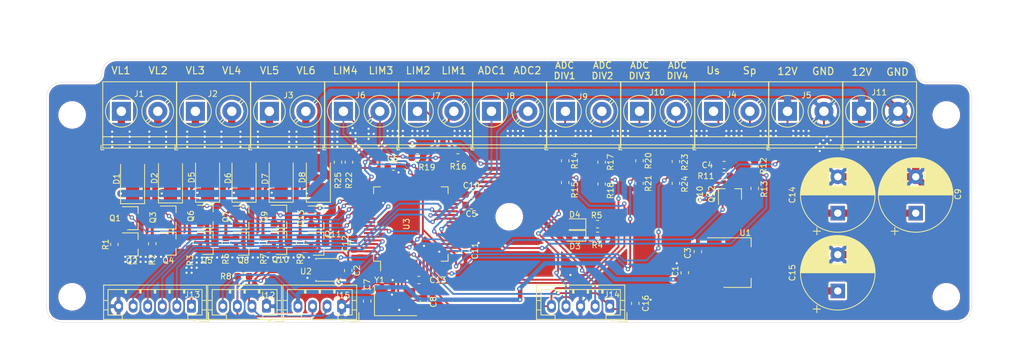
<source format=kicad_pcb>
(kicad_pcb (version 20171130) (host pcbnew 5.1.5-52549c5~84~ubuntu18.04.1)
  (layers (0 F.Cu signal) (31 B.Cu signal) (34 B.Paste user) (35 F.Paste user) (36 B.SilkS user) (37 F.SilkS user) (38 B.Mask user) (39 F.Mask user) (44 Edge.Cuts user))
  (net 0 "")
  (net 1 GND)
  (net 2 +5V)
  (net 3 VCC)
  (net 4 "Net-(C4-Pad1)")
  (net 5 "Net-(C5-Pad1)")
  (net 6 "Net-(C6-Pad1)")
  (net 7 "Net-(C7-Pad1)")
  (net 8 "Net-(C8-Pad1)")
  (net 9 "Net-(D1-Pad2)")
  (net 10 +12V)
  (net 11 "Net-(D2-Pad2)")
  (net 12 /mcu/LED_RED)
  (net 13 "Net-(D3-Pad1)")
  (net 14 /mcu/LED_GREEN)
  (net 15 "Net-(D4-Pad1)")
  (net 16 "Net-(D5-Pad2)")
  (net 17 "Net-(D6-Pad2)")
  (net 18 "Net-(D7-Pad2)")
  (net 19 "Net-(D8-Pad2)")
  (net 20 "Net-(J4-Pad2)")
  (net 21 /LIM3)
  (net 22 /LIM4)
  (net 23 /LIM1)
  (net 24 /LIM2)
  (net 25 /ADC2)
  (net 26 /ADC1)
  (net 27 "Net-(J9-Pad2)")
  (net 28 "Net-(J9-Pad1)")
  (net 29 "Net-(J10-Pad2)")
  (net 30 "Net-(J10-Pad1)")
  (net 31 /CANH)
  (net 32 /CANL)
  (net 33 /AS_CS)
  (net 34 /AS_MISO)
  (net 35 /AS_SCK)
  (net 36 /AS_MOSI)
  (net 37 /mcu/SWCLK)
  (net 38 /mcu/SWDIO)
  (net 39 /mcu/NRST)
  (net 40 /VALVE1)
  (net 41 /VALVE2)
  (net 42 /VALVE3)
  (net 43 /VALVE4)
  (net 44 /VALVE5)
  (net 45 /VALVE6)
  (net 46 "Net-(Q12-Pad3)")
  (net 47 /VALVE_STEERING)
  (net 48 /SP)
  (net 49 /ADC_DIV1)
  (net 50 /ADC_DIV2)
  (net 51 /ADC_DIV3)
  (net 52 /ADC_DIV4)
  (net 53 /mcu/CAN_RX)
  (net 54 /mcu/CAN_TX)
  (module Capacitor_SMD:C_0603_1608Metric (layer F.Cu) (at 182.3 89.9 270)
    (fp_text reference C16 (at 0 -1.43 90) (layer F.SilkS) (effects (font (size 0.8 0.8) (thickness 0.12))))
    (fp_text value 100n)
    (pad 2 smd roundrect (at 0.7875 0 270) (size 0.875 0.95) (layers F.Cu F.Paste F.Mask) (net 39 /mcu/NRST))
    (pad 1 smd roundrect (at -0.7875 0 270) (size 0.875 0.95) (layers F.Cu F.Paste F.Mask) (net 1 GND))
  )
  (module Capacitor_THT:CP_Radial_D10.0mm_P5.00mm (layer F.Cu) (at 210.1 88.2 90)
    (fp_text reference C15 (at 2.5 -6.25 90) (layer F.SilkS) (effects (font (size 0.8 0.8) (thickness 0.12))))
    (fp_text value 100u)
    (pad 2 thru_hole circle (at 5 0 90) (size 2 2) (drill 1) (layers *.Cu *.Mask) (net 1 GND))
    (pad 1 thru_hole rect (at 0 0 90) (size 2 2) (drill 1) (layers *.Cu *.Mask) (net 3 VCC))
  )
  (module Capacitor_THT:CP_Radial_D10.0mm_P5.00mm (layer F.Cu) (at 210.1 77.5 90)
    (fp_text reference C14 (at 2.5 -6.25 90) (layer F.SilkS) (effects (font (size 0.8 0.8) (thickness 0.12))))
    (fp_text value 100u)
    (pad 2 thru_hole circle (at 5 0 90) (size 2 2) (drill 1) (layers *.Cu *.Mask) (net 1 GND))
    (pad 1 thru_hole rect (at 0 0 90) (size 2 2) (drill 1) (layers *.Cu *.Mask) (net 10 +12V))
  )
  (module Capacitor_THT:CP_Radial_D10.0mm_P5.00mm (layer F.Cu) (at 220.8 77.5 90)
    (fp_text reference C9 (at 2.6 5.8 90) (layer F.SilkS) (effects (font (size 0.8 0.8) (thickness 0.12))))
    (fp_text value 100u)
    (pad 2 thru_hole circle (at 5 0 90) (size 2 2) (drill 1) (layers *.Cu *.Mask) (net 1 GND))
    (pad 1 thru_hole rect (at 0 0 90) (size 2 2) (drill 1) (layers *.Cu *.Mask) (net 10 +12V))
  )
  (module Package_QFP:LQFP-64_10x10mm_P0.5mm (layer F.Cu) (at 151.5 79 90)
    (fp_text reference U3 (at 0 -0.6 90) (layer F.SilkS) (effects (font (size 0.8 0.8) (thickness 0.12))))
    (fp_text value STM32F405RGTx)
    (pad 64 smd roundrect (at -3.75 -5.675 90) (size 0.3 1.55) (layers F.Cu F.Paste F.Mask) (net 3 VCC))
    (pad 63 smd roundrect (at -3.25 -5.675 90) (size 0.3 1.55) (layers F.Cu F.Paste F.Mask) (net 1 GND))
    (pad 62 smd roundrect (at -2.75 -5.675 90) (size 0.3 1.55) (layers F.Cu F.Paste F.Mask) (net 54 /mcu/CAN_TX))
    (pad 61 smd roundrect (at -2.25 -5.675 90) (size 0.3 1.55) (layers F.Cu F.Paste F.Mask) (net 53 /mcu/CAN_RX))
    (pad 60 smd roundrect (at -1.75 -5.675 90) (size 0.3 1.55) (layers F.Cu F.Paste F.Mask) (net 1 GND))
    (pad 59 smd roundrect (at -1.25 -5.675 90) (size 0.3 1.55) (layers F.Cu F.Paste F.Mask))
    (pad 58 smd roundrect (at -0.75 -5.675 90) (size 0.3 1.55) (layers F.Cu F.Paste F.Mask) (net 47 /VALVE_STEERING))
    (pad 57 smd roundrect (at -0.25 -5.675 90) (size 0.3 1.55) (layers F.Cu F.Paste F.Mask) (net 40 /VALVE1))
    (pad 56 smd roundrect (at 0.25 -5.675 90) (size 0.3 1.55) (layers F.Cu F.Paste F.Mask) (net 41 /VALVE2))
    (pad 55 smd roundrect (at 0.75 -5.675 90) (size 0.3 1.55) (layers F.Cu F.Paste F.Mask) (net 33 /AS_CS))
    (pad 54 smd roundrect (at 1.25 -5.675 90) (size 0.3 1.55) (layers F.Cu F.Paste F.Mask))
    (pad 53 smd roundrect (at 1.75 -5.675 90) (size 0.3 1.55) (layers F.Cu F.Paste F.Mask) (net 42 /VALVE3))
    (pad 52 smd roundrect (at 2.25 -5.675 90) (size 0.3 1.55) (layers F.Cu F.Paste F.Mask) (net 43 /VALVE4))
    (pad 51 smd roundrect (at 2.75 -5.675 90) (size 0.3 1.55) (layers F.Cu F.Paste F.Mask) (net 44 /VALVE5))
    (pad 50 smd roundrect (at 3.25 -5.675 90) (size 0.3 1.55) (layers F.Cu F.Paste F.Mask) (net 45 /VALVE6))
    (pad 49 smd roundrect (at 3.75 -5.675 90) (size 0.3 1.55) (layers F.Cu F.Paste F.Mask) (net 37 /mcu/SWCLK))
    (pad 48 smd roundrect (at 5.675 -3.75 90) (size 1.55 0.3) (layers F.Cu F.Paste F.Mask) (net 3 VCC))
    (pad 47 smd roundrect (at 5.675 -3.25 90) (size 1.55 0.3) (layers F.Cu F.Paste F.Mask) (net 6 "Net-(C6-Pad1)"))
    (pad 46 smd roundrect (at 5.675 -2.75 90) (size 1.55 0.3) (layers F.Cu F.Paste F.Mask) (net 38 /mcu/SWDIO))
    (pad 45 smd roundrect (at 5.675 -2.25 90) (size 1.55 0.3) (layers F.Cu F.Paste F.Mask))
    (pad 44 smd roundrect (at 5.675 -1.75 90) (size 1.55 0.3) (layers F.Cu F.Paste F.Mask))
    (pad 43 smd roundrect (at 5.675 -1.25 90) (size 1.55 0.3) (layers F.Cu F.Paste F.Mask))
    (pad 42 smd roundrect (at 5.675 -0.75 90) (size 1.55 0.3) (layers F.Cu F.Paste F.Mask))
    (pad 41 smd roundrect (at 5.675 -0.25 90) (size 1.55 0.3) (layers F.Cu F.Paste F.Mask))
    (pad 40 smd roundrect (at 5.675 0.25 90) (size 1.55 0.3) (layers F.Cu F.Paste F.Mask) (net 22 /LIM4))
    (pad 39 smd roundrect (at 5.675 0.75 90) (size 1.55 0.3) (layers F.Cu F.Paste F.Mask) (net 21 /LIM3))
    (pad 38 smd roundrect (at 5.675 1.25 90) (size 1.55 0.3) (layers F.Cu F.Paste F.Mask) (net 24 /LIM2))
    (pad 37 smd roundrect (at 5.675 1.75 90) (size 1.55 0.3) (layers F.Cu F.Paste F.Mask) (net 23 /LIM1))
    (pad 36 smd roundrect (at 5.675 2.25 90) (size 1.55 0.3) (layers F.Cu F.Paste F.Mask))
    (pad 35 smd roundrect (at 5.675 2.75 90) (size 1.55 0.3) (layers F.Cu F.Paste F.Mask))
    (pad 34 smd roundrect (at 5.675 3.25 90) (size 1.55 0.3) (layers F.Cu F.Paste F.Mask) (net 14 /mcu/LED_GREEN))
    (pad 33 smd roundrect (at 5.675 3.75 90) (size 1.55 0.3) (layers F.Cu F.Paste F.Mask) (net 12 /mcu/LED_RED))
    (pad 32 smd roundrect (at 3.75 5.675 90) (size 0.3 1.55) (layers F.Cu F.Paste F.Mask) (net 3 VCC))
    (pad 31 smd roundrect (at 3.25 5.675 90) (size 0.3 1.55) (layers F.Cu F.Paste F.Mask) (net 5 "Net-(C5-Pad1)"))
    (pad 30 smd roundrect (at 2.75 5.675 90) (size 0.3 1.55) (layers F.Cu F.Paste F.Mask))
    (pad 29 smd roundrect (at 2.25 5.675 90) (size 0.3 1.55) (layers F.Cu F.Paste F.Mask))
    (pad 28 smd roundrect (at 1.75 5.675 90) (size 0.3 1.55) (layers F.Cu F.Paste F.Mask) (net 35 /AS_SCK))
    (pad 27 smd roundrect (at 1.25 5.675 90) (size 0.3 1.55) (layers F.Cu F.Paste F.Mask) (net 34 /AS_MISO))
    (pad 26 smd roundrect (at 0.75 5.675 90) (size 0.3 1.55) (layers F.Cu F.Paste F.Mask) (net 36 /AS_MOSI))
    (pad 25 smd roundrect (at 0.25 5.675 90) (size 0.3 1.55) (layers F.Cu F.Paste F.Mask))
    (pad 24 smd roundrect (at -0.25 5.675 90) (size 0.3 1.55) (layers F.Cu F.Paste F.Mask))
    (pad 23 smd roundrect (at -0.75 5.675 90) (size 0.3 1.55) (layers F.Cu F.Paste F.Mask))
    (pad 22 smd roundrect (at -1.25 5.675 90) (size 0.3 1.55) (layers F.Cu F.Paste F.Mask) (net 48 /SP))
    (pad 21 smd roundrect (at -1.75 5.675 90) (size 0.3 1.55) (layers F.Cu F.Paste F.Mask) (net 25 /ADC2))
    (pad 20 smd roundrect (at -2.25 5.675 90) (size 0.3 1.55) (layers F.Cu F.Paste F.Mask) (net 26 /ADC1))
    (pad 19 smd roundrect (at -2.75 5.675 90) (size 0.3 1.55) (layers F.Cu F.Paste F.Mask) (net 3 VCC))
    (pad 18 smd roundrect (at -3.25 5.675 90) (size 0.3 1.55) (layers F.Cu F.Paste F.Mask) (net 1 GND))
    (pad 17 smd roundrect (at -3.75 5.675 90) (size 0.3 1.55) (layers F.Cu F.Paste F.Mask) (net 52 /ADC_DIV4))
    (pad 16 smd roundrect (at -5.675 3.75 90) (size 1.55 0.3) (layers F.Cu F.Paste F.Mask) (net 51 /ADC_DIV3))
    (pad 15 smd roundrect (at -5.675 3.25 90) (size 1.55 0.3) (layers F.Cu F.Paste F.Mask) (net 50 /ADC_DIV2))
    (pad 14 smd roundrect (at -5.675 2.75 90) (size 1.55 0.3) (layers F.Cu F.Paste F.Mask) (net 49 /ADC_DIV1))
    (pad 13 smd roundrect (at -5.675 2.25 90) (size 1.55 0.3) (layers F.Cu F.Paste F.Mask) (net 3 VCC))
    (pad 12 smd roundrect (at -5.675 1.75 90) (size 1.55 0.3) (layers F.Cu F.Paste F.Mask) (net 1 GND))
    (pad 11 smd roundrect (at -5.675 1.25 90) (size 1.55 0.3) (layers F.Cu F.Paste F.Mask))
    (pad 10 smd roundrect (at -5.675 0.75 90) (size 1.55 0.3) (layers F.Cu F.Paste F.Mask))
    (pad 9 smd roundrect (at -5.675 0.25 90) (size 1.55 0.3) (layers F.Cu F.Paste F.Mask))
    (pad 8 smd roundrect (at -5.675 -0.25 90) (size 1.55 0.3) (layers F.Cu F.Paste F.Mask))
    (pad 7 smd roundrect (at -5.675 -0.75 90) (size 1.55 0.3) (layers F.Cu F.Paste F.Mask) (net 39 /mcu/NRST))
    (pad 6 smd roundrect (at -5.675 -1.25 90) (size 1.55 0.3) (layers F.Cu F.Paste F.Mask) (net 8 "Net-(C8-Pad1)"))
    (pad 5 smd roundrect (at -5.675 -1.75 90) (size 1.55 0.3) (layers F.Cu F.Paste F.Mask) (net 7 "Net-(C7-Pad1)"))
    (pad 4 smd roundrect (at -5.675 -2.25 90) (size 1.55 0.3) (layers F.Cu F.Paste F.Mask))
    (pad 3 smd roundrect (at -5.675 -2.75 90) (size 1.55 0.3) (layers F.Cu F.Paste F.Mask))
    (pad 2 smd roundrect (at -5.675 -3.25 90) (size 1.55 0.3) (layers F.Cu F.Paste F.Mask))
    (pad 1 smd roundrect (at -5.675 -3.75 90) (size 1.55 0.3) (layers F.Cu F.Paste F.Mask) (net 3 VCC))
  )
  (module Resistor_SMD:R_0603_1608Metric (layer F.Cu) (at 152.4 69.85)
    (fp_text reference R19 (at 1.3 1.35) (layer F.SilkS) (effects (font (size 0.8 0.8) (thickness 0.12))))
    (fp_text value 1k)
    (pad 2 smd roundrect (at 0.7875 0) (size 0.875 0.95) (layers F.Cu F.Paste F.Mask) (net 24 /LIM2))
    (pad 1 smd roundrect (at -0.7875 0) (size 0.875 0.95) (layers F.Cu F.Paste F.Mask) (net 3 VCC))
  )
  (module MountingHole:MountingHole_3.2mm_M3 (layer F.Cu) (at 225 64)
    (fp_text reference H5 hide)
    (fp_text value MountingHole)
    (pad 1 np_thru_hole circle (at 0 0) (size 3.2 3.2) (drill 3.2) (layers *.Cu *.Mask))
  )
  (module MountingHole:MountingHole_3.2mm_M3 (layer F.Cu) (at 225 89)
    (fp_text reference H4 hide)
    (fp_text value MountingHole)
    (pad 1 np_thru_hole circle (at 0 0) (size 3.2 3.2) (drill 3.2) (layers *.Cu *.Mask))
  )
  (module MountingHole:MountingHole_3.2mm_M3 (layer F.Cu) (at 105 64)
    (fp_text reference H3 hide)
    (fp_text value MountingHole)
    (pad 1 np_thru_hole circle (at 0 0) (size 3.2 3.2) (drill 3.2) (layers *.Cu *.Mask))
  )
  (module MountingHole:MountingHole_3.2mm_M3 (layer F.Cu) (at 165 78)
    (fp_text reference H2 hide)
    (fp_text value MountingHole)
    (pad 1 np_thru_hole circle (at 0 0) (size 3.2 3.2) (drill 3.2) (layers *.Cu *.Mask))
  )
  (module MountingHole:MountingHole_3.2mm_M3 (layer F.Cu) (at 105 89)
    (fp_text reference H1 hide)
    (fp_text value MountingHole)
    (pad 1 np_thru_hole circle (at 0 0) (size 3.2 3.2) (drill 3.2) (layers *.Cu *.Mask))
  )
  (module Connector_JST:JST_PH_B4B-PH-K_1x04_P2.00mm_Vertical (layer F.Cu) (at 142 90.3 180)
    (fp_text reference J15 (at -0.1 1.5) (layer F.SilkS) (effects (font (size 0.8 0.8) (thickness 0.12))))
    (fp_text value CAN)
    (pad 4 thru_hole oval (at 6 0 180) (size 1.2 1.75) (drill 0.75) (layers *.Cu *.Mask) (net 2 +5V))
    (pad 3 thru_hole oval (at 4 0 180) (size 1.2 1.75) (drill 0.75) (layers *.Cu *.Mask) (net 31 /CANH))
    (pad 2 thru_hole oval (at 2 0 180) (size 1.2 1.75) (drill 0.75) (layers *.Cu *.Mask) (net 32 /CANL))
    (pad 1 thru_hole roundrect (at 0 0 180) (size 1.2 1.75) (drill 0.75) (layers *.Cu *.Mask) (roundrect_rratio 0.208333) (net 1 GND))
  )
  (module Crystal:Crystal_SMD_Abracon_ABM3C-4Pin_5.0x3.2mm (layer F.Cu) (at 149.4 89.6)
    (fp_text reference Y1 (at -2.2 -2.9) (layer F.SilkS) (effects (font (size 0.8 0.8) (thickness 0.12))))
    (fp_text value 8M)
    (pad 4 smd rect (at -1.9 -1.15) (size 1.6 1.3) (layers F.Cu F.Paste F.Mask) (net 1 GND))
    (pad 3 smd rect (at 1.9 -1.15) (size 1.6 1.3) (layers F.Cu F.Paste F.Mask) (net 8 "Net-(C8-Pad1)"))
    (pad 2 smd rect (at 1.9 1.15) (size 1.6 1.3) (layers F.Cu F.Paste F.Mask) (net 1 GND))
    (pad 1 smd rect (at -1.9 1.15) (size 1.6 1.3) (layers F.Cu F.Paste F.Mask) (net 7 "Net-(C7-Pad1)"))
  )
  (module Package_DFN_QFN:DFN-8-1EP_3x3mm_P0.65mm_EP1.55x2.4mm (layer F.Cu) (at 140 85.3 180)
    (fp_text reference U2 (at 2.9 -0.2) (layer F.SilkS) (effects (font (size 0.8 0.8) (thickness 0.12))))
    (fp_text value TJA1051TK-3)
    (pad 9 smd rect (at 0 0 180) (size 1.55 2.4) (layers F.Cu F.Mask) (net 1 GND))
    (pad 8 smd rect (at 1.55 -0.975 180) (size 0.65 0.35) (layers F.Cu F.Paste F.Mask) (net 1 GND))
    (pad 7 smd rect (at 1.55 -0.325 180) (size 0.65 0.35) (layers F.Cu F.Paste F.Mask) (net 31 /CANH))
    (pad 6 smd rect (at 1.55 0.325 180) (size 0.65 0.35) (layers F.Cu F.Paste F.Mask) (net 32 /CANL))
    (pad 5 smd rect (at 1.55 0.975 180) (size 0.65 0.35) (layers F.Cu F.Paste F.Mask) (net 3 VCC))
    (pad 4 smd rect (at -1.55 0.975 180) (size 0.65 0.35) (layers F.Cu F.Paste F.Mask) (net 53 /mcu/CAN_RX))
    (pad 3 smd rect (at -1.55 0.325 180) (size 0.65 0.35) (layers F.Cu F.Paste F.Mask) (net 3 VCC))
    (pad 2 smd rect (at -1.55 -0.325 180) (size 0.65 0.35) (layers F.Cu F.Paste F.Mask) (net 1 GND))
    (pad 1 smd rect (at -1.55 -0.975 180) (size 0.65 0.35) (layers F.Cu F.Paste F.Mask) (net 54 /mcu/CAN_TX))
  )
  (module Package_TO_SOT_SMD:SOT-223 (layer F.Cu) (at 196.3 84.3)
    (fp_text reference U1 (at 1.1 -4.1) (layer F.SilkS) (effects (font (size 0.8 0.8) (thickness 0.12))))
    (fp_text value AZ1117-3.3)
    (pad 1 smd rect (at -3.15 -2.3) (size 2 1.5) (layers F.Cu F.Paste F.Mask) (net 1 GND))
    (pad 3 smd rect (at -3.15 2.3) (size 2 1.5) (layers F.Cu F.Paste F.Mask) (net 2 +5V))
    (pad 2 smd rect (at -3.15 0) (size 2 1.5) (layers F.Cu F.Paste F.Mask) (net 3 VCC))
    (pad 4 smd rect (at 3.15 0) (size 2 3.8) (layers F.Cu F.Paste F.Mask))
  )
  (module Resistor_SMD:R_0603_1608Metric (layer F.Cu) (at 141.5 70.5 90)
    (fp_text reference R25 (at -2.5 0 90) (layer F.SilkS) (effects (font (size 0.8 0.8) (thickness 0.12))))
    (fp_text value 1k)
    (pad 2 smd roundrect (at 0.7875 0 90) (size 0.875 0.95) (layers F.Cu F.Paste F.Mask) (net 22 /LIM4))
    (pad 1 smd roundrect (at -0.7875 0 90) (size 0.875 0.95) (layers F.Cu F.Paste F.Mask) (net 3 VCC))
  )
  (module Resistor_SMD:R_0603_1608Metric (layer F.Cu) (at 187.88 73.4 270)
    (fp_text reference R24 (at 0.1 -1.22 90) (layer F.SilkS) (effects (font (size 0.8 0.8) (thickness 0.12))))
    (fp_text value 1k)
    (pad 2 smd roundrect (at 0.7875 0 270) (size 0.875 0.95) (layers F.Cu F.Paste F.Mask) (net 1 GND))
    (pad 1 smd roundrect (at -0.7875 0 270) (size 0.875 0.95) (layers F.Cu F.Paste F.Mask) (net 52 /ADC_DIV4))
  )
  (module Resistor_SMD:R_0603_1608Metric (layer F.Cu) (at 187.88 70.4 270)
    (fp_text reference R23 (at 0.1 -1.22 90) (layer F.SilkS) (effects (font (size 0.8 0.8) (thickness 0.12))))
    (fp_text value 10k)
    (pad 2 smd roundrect (at 0.7875 0 270) (size 0.875 0.95) (layers F.Cu F.Paste F.Mask) (net 52 /ADC_DIV4))
    (pad 1 smd roundrect (at -0.7875 0 270) (size 0.875 0.95) (layers F.Cu F.Paste F.Mask) (net 29 "Net-(J10-Pad2)"))
  )
  (module Resistor_SMD:R_0603_1608Metric (layer F.Cu) (at 143 70.5 90)
    (fp_text reference R22 (at -2.5 0 90) (layer F.SilkS) (effects (font (size 0.8 0.8) (thickness 0.12))))
    (fp_text value 1k)
    (pad 2 smd roundrect (at 0.7875 0 90) (size 0.875 0.95) (layers F.Cu F.Paste F.Mask) (net 21 /LIM3))
    (pad 1 smd roundrect (at -0.7875 0 90) (size 0.875 0.95) (layers F.Cu F.Paste F.Mask) (net 3 VCC))
  )
  (module Resistor_SMD:R_0603_1608Metric (layer F.Cu) (at 182.88 73.4 270)
    (fp_text reference R21 (at 0 -1.22 90) (layer F.SilkS) (effects (font (size 0.8 0.8) (thickness 0.12))))
    (fp_text value 1k)
    (pad 2 smd roundrect (at 0.7875 0 270) (size 0.875 0.95) (layers F.Cu F.Paste F.Mask) (net 1 GND))
    (pad 1 smd roundrect (at -0.7875 0 270) (size 0.875 0.95) (layers F.Cu F.Paste F.Mask) (net 51 /ADC_DIV3))
  )
  (module Resistor_SMD:R_0603_1608Metric (layer F.Cu) (at 182.88 70.3 270)
    (fp_text reference R20 (at 0 -1.22 90) (layer F.SilkS) (effects (font (size 0.8 0.8) (thickness 0.12))))
    (fp_text value 10k)
    (pad 2 smd roundrect (at 0.7875 0 270) (size 0.875 0.95) (layers F.Cu F.Paste F.Mask) (net 51 /ADC_DIV3))
    (pad 1 smd roundrect (at -0.7875 0 270) (size 0.875 0.95) (layers F.Cu F.Paste F.Mask) (net 30 "Net-(J10-Pad1)"))
  )
  (module Resistor_SMD:R_0603_1608Metric (layer F.Cu) (at 177.68 73.5 270)
    (fp_text reference R18 (at 0.9 -1.22 90) (layer F.SilkS) (effects (font (size 0.8 0.8) (thickness 0.12))))
    (fp_text value 1k)
    (pad 2 smd roundrect (at 0.7875 0 270) (size 0.875 0.95) (layers F.Cu F.Paste F.Mask) (net 1 GND))
    (pad 1 smd roundrect (at -0.7875 0 270) (size 0.875 0.95) (layers F.Cu F.Paste F.Mask) (net 50 /ADC_DIV2))
  )
  (module Resistor_SMD:R_0603_1608Metric (layer F.Cu) (at 177.68 70.5 270)
    (fp_text reference R17 (at 0 -1.22 90) (layer F.SilkS) (effects (font (size 0.8 0.8) (thickness 0.12))))
    (fp_text value 10k)
    (pad 2 smd roundrect (at 0.7875 0 270) (size 0.875 0.95) (layers F.Cu F.Paste F.Mask) (net 50 /ADC_DIV2))
    (pad 1 smd roundrect (at -0.7875 0 270) (size 0.875 0.95) (layers F.Cu F.Paste F.Mask) (net 27 "Net-(J9-Pad2)"))
  )
  (module Resistor_SMD:R_0603_1608Metric (layer F.Cu) (at 157.9625 69.85)
    (fp_text reference R16 (at 0.0375 1.25) (layer F.SilkS) (effects (font (size 0.8 0.8) (thickness 0.12))))
    (fp_text value 1k)
    (pad 2 smd roundrect (at 0.7875 0) (size 0.875 0.95) (layers F.Cu F.Paste F.Mask) (net 23 /LIM1))
    (pad 1 smd roundrect (at -0.7875 0) (size 0.875 0.95) (layers F.Cu F.Paste F.Mask) (net 3 VCC))
  )
  (module Resistor_SMD:R_0603_1608Metric (layer F.Cu) (at 172.68 73.3 270)
    (fp_text reference R15 (at 1 -1.32 90) (layer F.SilkS) (effects (font (size 0.8 0.8) (thickness 0.12))))
    (fp_text value 1k)
    (pad 2 smd roundrect (at 0.7875 0 270) (size 0.875 0.95) (layers F.Cu F.Paste F.Mask) (net 1 GND))
    (pad 1 smd roundrect (at -0.7875 0 270) (size 0.875 0.95) (layers F.Cu F.Paste F.Mask) (net 49 /ADC_DIV1))
  )
  (module Resistor_SMD:R_0603_1608Metric (layer F.Cu) (at 172.680001 70.3 270)
    (fp_text reference R14 (at 0 -1.319999 90) (layer F.SilkS) (effects (font (size 0.8 0.8) (thickness 0.12))))
    (fp_text value 10k)
    (pad 2 smd roundrect (at 0.7875 0 270) (size 0.875 0.95) (layers F.Cu F.Paste F.Mask) (net 49 /ADC_DIV1))
    (pad 1 smd roundrect (at -0.7875 0 270) (size 0.875 0.95) (layers F.Cu F.Paste F.Mask) (net 28 "Net-(J9-Pad1)"))
  )
  (module Resistor_SMD:R_0603_1608Metric (layer F.Cu) (at 198.7 74.1 270)
    (fp_text reference R13 (at 0.1 -1.3 90) (layer F.SilkS) (effects (font (size 0.8 0.8) (thickness 0.12))))
    (fp_text value 1k)
    (pad 2 smd roundrect (at 0.7875 0 270) (size 0.875 0.95) (layers F.Cu F.Paste F.Mask) (net 1 GND))
    (pad 1 smd roundrect (at -0.7875 0 270) (size 0.875 0.95) (layers F.Cu F.Paste F.Mask) (net 48 /SP))
  )
  (module Resistor_SMD:R_0603_1608Metric (layer F.Cu) (at 198.7 71.1 270)
    (fp_text reference R12 (at -0.1 -1.2 90) (layer F.SilkS) (effects (font (size 0.8 0.8) (thickness 0.12))))
    (fp_text value 10k)
    (pad 2 smd roundrect (at 0.7875 0 270) (size 0.875 0.95) (layers F.Cu F.Paste F.Mask) (net 48 /SP))
    (pad 1 smd roundrect (at -0.7875 0 270) (size 0.875 0.95) (layers F.Cu F.Paste F.Mask) (net 20 "Net-(J4-Pad2)"))
  )
  (module Resistor_SMD:R_0603_1608Metric (layer F.Cu) (at 194.5 72.4)
    (fp_text reference R11 (at -2.5 0) (layer F.SilkS) (effects (font (size 0.8 0.8) (thickness 0.12))))
    (fp_text value 1k)
    (pad 2 smd roundrect (at 0.7875 0) (size 0.875 0.95) (layers F.Cu F.Paste F.Mask) (net 46 "Net-(Q12-Pad3)"))
    (pad 1 smd roundrect (at -0.7875 0) (size 0.875 0.95) (layers F.Cu F.Paste F.Mask) (net 4 "Net-(C4-Pad1)"))
  )
  (module Resistor_SMD:R_0603_1608Metric (layer F.Cu) (at 192.599999 74.9 90)
    (fp_text reference R10 (at 0 -1.43 90) (layer F.SilkS) (effects (font (size 0.8 0.8) (thickness 0.12))))
    (fp_text value 1k)
    (pad 2 smd roundrect (at 0.7875 0 90) (size 0.875 0.95) (layers F.Cu F.Paste F.Mask) (net 46 "Net-(Q12-Pad3)"))
    (pad 1 smd roundrect (at -0.7875 0 90) (size 0.875 0.95) (layers F.Cu F.Paste F.Mask) (net 10 +12V))
  )
  (module Resistor_SMD:R_0603_1608Metric (layer F.Cu) (at 136.3 81.6 270)
    (fp_text reference R9 (at 2.2 0 90) (layer F.SilkS) (effects (font (size 0.8 0.8) (thickness 0.12))))
    (fp_text value 10k)
    (pad 2 smd roundrect (at 0.7875 0 270) (size 0.875 0.95) (layers F.Cu F.Paste F.Mask) (net 1 GND))
    (pad 1 smd roundrect (at -0.7875 0 270) (size 0.875 0.95) (layers F.Cu F.Paste F.Mask) (net 45 /VALVE6))
  )
  (module Resistor_SMD:R_0603_1608Metric (layer F.Cu) (at 128.5 86.2)
    (fp_text reference R8 (at -2.4 0) (layer F.SilkS) (effects (font (size 0.8 0.8) (thickness 0.12))))
    (fp_text value 220R)
    (pad 2 smd roundrect (at 0.7875 0) (size 0.875 0.95) (layers F.Cu F.Paste F.Mask) (net 32 /CANL))
    (pad 1 smd roundrect (at -0.7875 0) (size 0.875 0.95) (layers F.Cu F.Paste F.Mask) (net 31 /CANH))
  )
  (module Resistor_SMD:R_0603_1608Metric (layer F.Cu) (at 131.2 81.6 270)
    (fp_text reference R7 (at 2.2 -0.1 90) (layer F.SilkS) (effects (font (size 0.8 0.8) (thickness 0.12))))
    (fp_text value 10k)
    (pad 2 smd roundrect (at 0.7875 0 270) (size 0.875 0.95) (layers F.Cu F.Paste F.Mask) (net 1 GND))
    (pad 1 smd roundrect (at -0.7875 0 270) (size 0.875 0.95) (layers F.Cu F.Paste F.Mask) (net 44 /VALVE5))
  )
  (module Resistor_SMD:R_0603_1608Metric (layer F.Cu) (at 126.1 81.7 270)
    (fp_text reference R6 (at 2.1 0 90) (layer F.SilkS) (effects (font (size 0.8 0.8) (thickness 0.12))))
    (fp_text value 10k)
    (pad 2 smd roundrect (at 0.7875 0 270) (size 0.875 0.95) (layers F.Cu F.Paste F.Mask) (net 1 GND))
    (pad 1 smd roundrect (at -0.7875 0 270) (size 0.875 0.95) (layers F.Cu F.Paste F.Mask) (net 43 /VALVE4))
  )
  (module Resistor_SMD:R_0603_1608Metric (layer F.Cu) (at 177.117501 79.02 180)
    (fp_text reference R5 (at 0.117501 1.22) (layer F.SilkS) (effects (font (size 0.8 0.8) (thickness 0.12))))
    (fp_text value 1k)
    (pad 2 smd roundrect (at 0.7875 0 180) (size 0.875 0.95) (layers F.Cu F.Paste F.Mask) (net 15 "Net-(D4-Pad1)"))
    (pad 1 smd roundrect (at -0.7875 0 180) (size 0.875 0.95) (layers F.Cu F.Paste F.Mask) (net 1 GND))
  )
  (module Resistor_SMD:R_0603_1608Metric (layer F.Cu) (at 177.142499 80.62 180)
    (fp_text reference R4 (at 0.042499 -1.28) (layer F.SilkS) (effects (font (size 0.8 0.8) (thickness 0.12))))
    (fp_text value 1k)
    (pad 2 smd roundrect (at 0.7875 0 180) (size 0.875 0.95) (layers F.Cu F.Paste F.Mask) (net 13 "Net-(D3-Pad1)"))
    (pad 1 smd roundrect (at -0.7875 0 180) (size 0.875 0.95) (layers F.Cu F.Paste F.Mask) (net 1 GND))
  )
  (module Resistor_SMD:R_0603_1608Metric (layer F.Cu) (at 121.1 81.6 270)
    (fp_text reference R3 (at 2.4 -0.1 90) (layer F.SilkS) (effects (font (size 0.8 0.8) (thickness 0.12))))
    (fp_text value 10k)
    (pad 2 smd roundrect (at 0.7875 0 270) (size 0.875 0.95) (layers F.Cu F.Paste F.Mask) (net 1 GND))
    (pad 1 smd roundrect (at -0.7875 0 270) (size 0.875 0.95) (layers F.Cu F.Paste F.Mask) (net 42 /VALVE3))
  )
  (module Resistor_SMD:R_0603_1608Metric (layer F.Cu) (at 116 81.7 270)
    (fp_text reference R2 (at 2.2 0 90) (layer F.SilkS) (effects (font (size 0.8 0.8) (thickness 0.12))))
    (fp_text value 10k)
    (pad 2 smd roundrect (at 0.7875 0 270) (size 0.875 0.95) (layers F.Cu F.Paste F.Mask) (net 1 GND))
    (pad 1 smd roundrect (at -0.7875 0 270) (size 0.875 0.95) (layers F.Cu F.Paste F.Mask) (net 41 /VALVE2))
  )
  (module Resistor_SMD:R_0603_1608Metric (layer F.Cu) (at 110.8 81.8 270)
    (fp_text reference R1 (at 0 1.2 90) (layer F.SilkS) (effects (font (size 0.8 0.8) (thickness 0.12))))
    (fp_text value 10k)
    (pad 2 smd roundrect (at 0.7875 0 270) (size 0.875 0.95) (layers F.Cu F.Paste F.Mask) (net 1 GND))
    (pad 1 smd roundrect (at -0.7875 0 270) (size 0.875 0.95) (layers F.Cu F.Paste F.Mask) (net 40 /VALVE1))
  )
  (module Package_TO_SOT_SMD:SOT-23 (layer F.Cu) (at 138.8 78.1)
    (fp_text reference Q13 (at -2.4 0.1 90) (layer F.SilkS) (effects (font (size 0.8 0.8) (thickness 0.12))))
    (fp_text value Q_NMOS_GSD)
    (pad 3 smd rect (at 1 0) (size 0.9 0.8) (layers F.Cu F.Paste F.Mask) (net 19 "Net-(D8-Pad2)"))
    (pad 2 smd rect (at -1 0.95) (size 0.9 0.8) (layers F.Cu F.Paste F.Mask) (net 1 GND))
    (pad 1 smd rect (at -1 -0.95) (size 0.9 0.8) (layers F.Cu F.Paste F.Mask) (net 45 /VALVE6))
  )
  (module Package_TO_SOT_SMD:SOT-23 (layer F.Cu) (at 195.3 74.9 90)
    (fp_text reference Q12 (at 0 -2.5 90) (layer F.SilkS) (effects (font (size 0.8 0.8) (thickness 0.12))))
    (fp_text value Q_NMOS_GSD)
    (pad 3 smd rect (at 1 0 90) (size 0.9 0.8) (layers F.Cu F.Paste F.Mask) (net 46 "Net-(Q12-Pad3)"))
    (pad 2 smd rect (at -1 0.95 90) (size 0.9 0.8) (layers F.Cu F.Paste F.Mask) (net 1 GND))
    (pad 1 smd rect (at -1 -0.95 90) (size 0.9 0.8) (layers F.Cu F.Paste F.Mask) (net 47 /VALVE_STEERING))
  )
  (module Package_TO_SOT_SMD:SOT-23 (layer F.Cu) (at 138.8 81.7)
    (fp_text reference Q11 (at 2 -1.3) (layer F.SilkS) (effects (font (size 0.8 0.8) (thickness 0.12))))
    (fp_text value Q_NMOS_GSD)
    (pad 3 smd rect (at 1 0) (size 0.9 0.8) (layers F.Cu F.Paste F.Mask) (net 19 "Net-(D8-Pad2)"))
    (pad 2 smd rect (at -1 0.95) (size 0.9 0.8) (layers F.Cu F.Paste F.Mask) (net 1 GND))
    (pad 1 smd rect (at -1 -0.95) (size 0.9 0.8) (layers F.Cu F.Paste F.Mask) (net 45 /VALVE6))
  )
  (module Package_TO_SOT_SMD:SOT-23 (layer F.Cu) (at 133.7 81.6)
    (fp_text reference Q10 (at -0.1 2.3) (layer F.SilkS) (effects (font (size 0.8 0.8) (thickness 0.12))))
    (fp_text value Q_NMOS_GSD)
    (pad 3 smd rect (at 1 0) (size 0.9 0.8) (layers F.Cu F.Paste F.Mask) (net 18 "Net-(D7-Pad2)"))
    (pad 2 smd rect (at -1 0.95) (size 0.9 0.8) (layers F.Cu F.Paste F.Mask) (net 1 GND))
    (pad 1 smd rect (at -1 -0.95) (size 0.9 0.8) (layers F.Cu F.Paste F.Mask) (net 44 /VALVE5))
  )
  (module Package_TO_SOT_SMD:SOT-23 (layer F.Cu) (at 133.7 78)
    (fp_text reference Q9 (at -2.3 0 90) (layer F.SilkS) (effects (font (size 0.8 0.8) (thickness 0.12))))
    (fp_text value Q_NMOS_GSD)
    (pad 3 smd rect (at 1 0) (size 0.9 0.8) (layers F.Cu F.Paste F.Mask) (net 18 "Net-(D7-Pad2)"))
    (pad 2 smd rect (at -1 0.95) (size 0.9 0.8) (layers F.Cu F.Paste F.Mask) (net 1 GND))
    (pad 1 smd rect (at -1 -0.95) (size 0.9 0.8) (layers F.Cu F.Paste F.Mask) (net 44 /VALVE5))
  )
  (module Package_TO_SOT_SMD:SOT-23 (layer F.Cu) (at 128.5 81.7)
    (fp_text reference Q8 (at 0 2.3 180) (layer F.SilkS) (effects (font (size 0.8 0.8) (thickness 0.12))))
    (fp_text value Q_NMOS_GSD)
    (pad 3 smd rect (at 1 0) (size 0.9 0.8) (layers F.Cu F.Paste F.Mask) (net 17 "Net-(D6-Pad2)"))
    (pad 2 smd rect (at -1 0.95) (size 0.9 0.8) (layers F.Cu F.Paste F.Mask) (net 1 GND))
    (pad 1 smd rect (at -1 -0.95) (size 0.9 0.8) (layers F.Cu F.Paste F.Mask) (net 43 /VALVE4))
  )
  (module Package_TO_SOT_SMD:SOT-23 (layer F.Cu) (at 128.5 78.1)
    (fp_text reference Q7 (at -2.4 -0.1 90) (layer F.SilkS) (effects (font (size 0.8 0.8) (thickness 0.12))))
    (fp_text value Q_NMOS_GSD)
    (pad 3 smd rect (at 1 0) (size 0.9 0.8) (layers F.Cu F.Paste F.Mask) (net 17 "Net-(D6-Pad2)"))
    (pad 2 smd rect (at -1 0.95) (size 0.9 0.8) (layers F.Cu F.Paste F.Mask) (net 1 GND))
    (pad 1 smd rect (at -1 -0.95) (size 0.9 0.8) (layers F.Cu F.Paste F.Mask) (net 43 /VALVE4))
  )
  (module Package_TO_SOT_SMD:SOT-23 (layer F.Cu) (at 123.6 78)
    (fp_text reference Q6 (at -2.3 -0.1 90) (layer F.SilkS) (effects (font (size 0.8 0.8) (thickness 0.12))))
    (fp_text value Q_NMOS_GSD)
    (pad 3 smd rect (at 1 0) (size 0.9 0.8) (layers F.Cu F.Paste F.Mask) (net 16 "Net-(D5-Pad2)"))
    (pad 2 smd rect (at -1 0.95) (size 0.9 0.8) (layers F.Cu F.Paste F.Mask) (net 1 GND))
    (pad 1 smd rect (at -1 -0.95) (size 0.9 0.8) (layers F.Cu F.Paste F.Mask) (net 42 /VALVE3))
  )
  (module Package_TO_SOT_SMD:SOT-23 (layer F.Cu) (at 123.6 81.6)
    (fp_text reference Q5 (at -0.1 2.4 180) (layer F.SilkS) (effects (font (size 0.8 0.8) (thickness 0.12))))
    (fp_text value Q_NMOS_GSD)
    (pad 3 smd rect (at 1 0) (size 0.9 0.8) (layers F.Cu F.Paste F.Mask) (net 16 "Net-(D5-Pad2)"))
    (pad 2 smd rect (at -1 0.95) (size 0.9 0.8) (layers F.Cu F.Paste F.Mask) (net 1 GND))
    (pad 1 smd rect (at -1 -0.95) (size 0.9 0.8) (layers F.Cu F.Paste F.Mask) (net 42 /VALVE3))
  )
  (module Package_TO_SOT_SMD:SOT-23 (layer F.Cu) (at 118.5 81.7)
    (fp_text reference Q4 (at -0.3 2.3 180) (layer F.SilkS) (effects (font (size 0.8 0.8) (thickness 0.12))))
    (fp_text value Q_NMOS_GSD)
    (pad 3 smd rect (at 1 0) (size 0.9 0.8) (layers F.Cu F.Paste F.Mask) (net 11 "Net-(D2-Pad2)"))
    (pad 2 smd rect (at -1 0.95) (size 0.9 0.8) (layers F.Cu F.Paste F.Mask) (net 1 GND))
    (pad 1 smd rect (at -1 -0.95) (size 0.9 0.8) (layers F.Cu F.Paste F.Mask) (net 41 /VALVE2))
  )
  (module Package_TO_SOT_SMD:SOT-23 (layer F.Cu) (at 118.5 78.1)
    (fp_text reference Q3 (at -2.4 0 90) (layer F.SilkS) (effects (font (size 0.8 0.8) (thickness 0.12))))
    (fp_text value Q_NMOS_GSD)
    (pad 3 smd rect (at 1 0) (size 0.9 0.8) (layers F.Cu F.Paste F.Mask) (net 11 "Net-(D2-Pad2)"))
    (pad 2 smd rect (at -1 0.95) (size 0.9 0.8) (layers F.Cu F.Paste F.Mask) (net 1 GND))
    (pad 1 smd rect (at -1 -0.95) (size 0.9 0.8) (layers F.Cu F.Paste F.Mask) (net 41 /VALVE2))
  )
  (module Package_TO_SOT_SMD:SOT-23 (layer F.Cu) (at 113.3 81.8)
    (fp_text reference Q2 (at -0.1 2.3) (layer F.SilkS) (effects (font (size 0.8 0.8) (thickness 0.12))))
    (fp_text value Q_NMOS_GSD)
    (pad 3 smd rect (at 1 0) (size 0.9 0.8) (layers F.Cu F.Paste F.Mask) (net 9 "Net-(D1-Pad2)"))
    (pad 2 smd rect (at -1 0.95) (size 0.9 0.8) (layers F.Cu F.Paste F.Mask) (net 1 GND))
    (pad 1 smd rect (at -1 -0.95) (size 0.9 0.8) (layers F.Cu F.Paste F.Mask) (net 40 /VALVE1))
  )
  (module Package_TO_SOT_SMD:SOT-23 (layer F.Cu) (at 113.3 78.2)
    (fp_text reference Q1 (at -2.4 0) (layer F.SilkS) (effects (font (size 0.8 0.8) (thickness 0.12))))
    (fp_text value Q_NMOS_GSD)
    (pad 3 smd rect (at 1 0) (size 0.9 0.8) (layers F.Cu F.Paste F.Mask) (net 9 "Net-(D1-Pad2)"))
    (pad 2 smd rect (at -1 0.95) (size 0.9 0.8) (layers F.Cu F.Paste F.Mask) (net 1 GND))
    (pad 1 smd rect (at -1 -0.95) (size 0.9 0.8) (layers F.Cu F.Paste F.Mask) (net 40 /VALVE1))
  )
  (module Connector_JST:JST_PH_B5B-PH-K_1x05_P2.00mm_Vertical (layer F.Cu) (at 178.8 90.3 180)
    (fp_text reference J14 (at -0.3 1.6) (layer F.SilkS) (effects (font (size 0.8 0.8) (thickness 0.12))))
    (fp_text value SWD)
    (pad 5 thru_hole oval (at 8 0 180) (size 1.2 1.75) (drill 0.75) (layers *.Cu *.Mask) (net 3 VCC))
    (pad 4 thru_hole oval (at 6 0 180) (size 1.2 1.75) (drill 0.75) (layers *.Cu *.Mask) (net 37 /mcu/SWCLK))
    (pad 3 thru_hole oval (at 4 0 180) (size 1.2 1.75) (drill 0.75) (layers *.Cu *.Mask) (net 1 GND))
    (pad 2 thru_hole oval (at 2 0 180) (size 1.2 1.75) (drill 0.75) (layers *.Cu *.Mask) (net 38 /mcu/SWDIO))
    (pad 1 thru_hole roundrect (at 0 0 180) (size 1.2 1.75) (drill 0.75) (layers *.Cu *.Mask) (roundrect_rratio 0.208333) (net 39 /mcu/NRST))
  )
  (module Connector_JST:JST_PH_B6B-PH-K_1x06_P2.00mm_Vertical (layer F.Cu) (at 121.377817 90.3 180)
    (fp_text reference J13 (at -0.122183 1.6) (layer F.SilkS) (effects (font (size 0.8 0.8) (thickness 0.12))))
    (fp_text value AS5047)
    (pad 6 thru_hole oval (at 10 0 180) (size 1.2 1.75) (drill 0.75) (layers *.Cu *.Mask) (net 1 GND))
    (pad 5 thru_hole oval (at 8 0 180) (size 1.2 1.75) (drill 0.75) (layers *.Cu *.Mask) (net 33 /AS_CS))
    (pad 4 thru_hole oval (at 6 0 180) (size 1.2 1.75) (drill 0.75) (layers *.Cu *.Mask) (net 34 /AS_MISO))
    (pad 3 thru_hole oval (at 4 0 180) (size 1.2 1.75) (drill 0.75) (layers *.Cu *.Mask) (net 35 /AS_SCK))
    (pad 2 thru_hole oval (at 2 0 180) (size 1.2 1.75) (drill 0.75) (layers *.Cu *.Mask) (net 36 /AS_MOSI))
    (pad 1 thru_hole roundrect (at 0 0 180) (size 1.2 1.75) (drill 0.75) (layers *.Cu *.Mask) (roundrect_rratio 0.208333) (net 3 VCC))
  )
  (module Connector_JST:JST_PH_B4B-PH-K_1x04_P2.00mm_Vertical (layer F.Cu) (at 131.677818 90.3 180)
    (fp_text reference J12 (at -0.122182 1.5) (layer F.SilkS) (effects (font (size 0.8 0.8) (thickness 0.12))))
    (fp_text value CAN)
    (pad 4 thru_hole oval (at 6 0 180) (size 1.2 1.75) (drill 0.75) (layers *.Cu *.Mask) (net 2 +5V))
    (pad 3 thru_hole oval (at 4 0 180) (size 1.2 1.75) (drill 0.75) (layers *.Cu *.Mask) (net 31 /CANH))
    (pad 2 thru_hole oval (at 2 0 180) (size 1.2 1.75) (drill 0.75) (layers *.Cu *.Mask) (net 32 /CANL))
    (pad 1 thru_hole roundrect (at 0 0 180) (size 1.2 1.75) (drill 0.75) (layers *.Cu *.Mask) (roundrect_rratio 0.208333) (net 1 GND))
  )
  (module TerminalBlock_Phoenix:TerminalBlock_Phoenix_PT-1,5-2-5.0-H_1x02_P5.00mm_Horizontal (layer F.Cu) (at 213.36 63.5)
    (fp_text reference J11 (at 2.44 -2.6) (layer F.SilkS) (effects (font (size 0.8 0.8) (thickness 0.12))))
    (fp_text value "12V IN")
    (pad 2 thru_hole circle (at 5 0) (size 2.6 2.6) (drill 1.3) (layers *.Cu *.Mask) (net 1 GND))
    (pad 1 thru_hole rect (at 0 0) (size 2.6 2.6) (drill 1.3) (layers *.Cu *.Mask) (net 10 +12V))
  )
  (module TerminalBlock_Phoenix:TerminalBlock_Phoenix_PT-1,5-2-5.0-H_1x02_P5.00mm_Horizontal (layer F.Cu) (at 182.88 63.5)
    (fp_text reference J10 (at 2.42 -2.6) (layer F.SilkS) (effects (font (size 0.8 0.8) (thickness 0.12))))
    (fp_text value ADC_VDIV)
    (pad 2 thru_hole circle (at 5 0) (size 2.6 2.6) (drill 1.3) (layers *.Cu *.Mask) (net 29 "Net-(J10-Pad2)"))
    (pad 1 thru_hole rect (at 0 0) (size 2.6 2.6) (drill 1.3) (layers *.Cu *.Mask) (net 30 "Net-(J10-Pad1)"))
  )
  (module TerminalBlock_Phoenix:TerminalBlock_Phoenix_PT-1,5-2-5.0-H_1x02_P5.00mm_Horizontal (layer F.Cu) (at 172.72 63.5)
    (fp_text reference J9 (at 2.38 -2) (layer F.SilkS) (effects (font (size 0.8 0.8) (thickness 0.12))))
    (fp_text value ADC_VDIV)
    (pad 2 thru_hole circle (at 5 0) (size 2.6 2.6) (drill 1.3) (layers *.Cu *.Mask) (net 27 "Net-(J9-Pad2)"))
    (pad 1 thru_hole rect (at 0 0) (size 2.6 2.6) (drill 1.3) (layers *.Cu *.Mask) (net 28 "Net-(J9-Pad1)"))
  )
  (module TerminalBlock_Phoenix:TerminalBlock_Phoenix_PT-1,5-2-5.0-H_1x02_P5.00mm_Horizontal (layer F.Cu) (at 162.56 63.5)
    (fp_text reference J8 (at 2.54 -2.1) (layer F.SilkS) (effects (font (size 0.8 0.8) (thickness 0.12))))
    (fp_text value ADC_IO)
    (pad 2 thru_hole circle (at 5 0) (size 2.6 2.6) (drill 1.3) (layers *.Cu *.Mask) (net 25 /ADC2))
    (pad 1 thru_hole rect (at 0 0) (size 2.6 2.6) (drill 1.3) (layers *.Cu *.Mask) (net 26 /ADC1))
  )
  (module TerminalBlock_Phoenix:TerminalBlock_Phoenix_PT-1,5-2-5.0-H_1x02_P5.00mm_Horizontal (layer F.Cu) (at 152.4 63.5)
    (fp_text reference J7 (at 2.5 -2.1) (layer F.SilkS) (effects (font (size 0.8 0.8) (thickness 0.12))))
    (fp_text value "Limit SW")
    (pad 2 thru_hole circle (at 5 0) (size 2.6 2.6) (drill 1.3) (layers *.Cu *.Mask) (net 23 /LIM1))
    (pad 1 thru_hole rect (at 0 0) (size 2.6 2.6) (drill 1.3) (layers *.Cu *.Mask) (net 24 /LIM2))
  )
  (module TerminalBlock_Phoenix:TerminalBlock_Phoenix_PT-1,5-2-5.0-H_1x02_P5.00mm_Horizontal (layer F.Cu) (at 142.24 63.5)
    (fp_text reference J6 (at 2.36 -2.2) (layer F.SilkS) (effects (font (size 0.8 0.8) (thickness 0.12))))
    (fp_text value "Limit SW")
    (pad 2 thru_hole circle (at 5 0) (size 2.6 2.6) (drill 1.3) (layers *.Cu *.Mask) (net 21 /LIM3))
    (pad 1 thru_hole rect (at 0 0) (size 2.6 2.6) (drill 1.3) (layers *.Cu *.Mask) (net 22 /LIM4))
  )
  (module TerminalBlock_Phoenix:TerminalBlock_Phoenix_PT-1,5-2-5.0-H_1x02_P5.00mm_Horizontal (layer F.Cu) (at 203.2 63.5)
    (fp_text reference J5 (at 2.6 -2.2) (layer F.SilkS) (effects (font (size 0.8 0.8) (thickness 0.12))))
    (fp_text value Steering)
    (pad 2 thru_hole circle (at 5 0) (size 2.6 2.6) (drill 1.3) (layers *.Cu *.Mask) (net 1 GND))
    (pad 1 thru_hole rect (at 0 0) (size 2.6 2.6) (drill 1.3) (layers *.Cu *.Mask) (net 10 +12V))
  )
  (module TerminalBlock_Phoenix:TerminalBlock_Phoenix_PT-1,5-2-5.0-H_1x02_P5.00mm_Horizontal (layer F.Cu) (at 193.04 63.5)
    (fp_text reference J4 (at 2.5 -2.3) (layer F.SilkS) (effects (font (size 0.8 0.8) (thickness 0.12))))
    (fp_text value Steering)
    (pad 2 thru_hole circle (at 5 0) (size 2.6 2.6) (drill 1.3) (layers *.Cu *.Mask) (net 20 "Net-(J4-Pad2)"))
    (pad 1 thru_hole rect (at 0 0) (size 2.6 2.6) (drill 1.3) (layers *.Cu *.Mask) (net 4 "Net-(C4-Pad1)"))
  )
  (module TerminalBlock_Phoenix:TerminalBlock_Phoenix_PT-1,5-2-5.0-H_1x02_P5.00mm_Horizontal (layer F.Cu) (at 132.08 63.5)
    (fp_text reference J3 (at 2.62 -2.2) (layer F.SilkS) (effects (font (size 0.8 0.8) (thickness 0.12))))
    (fp_text value Valves)
    (pad 2 thru_hole circle (at 5 0) (size 2.6 2.6) (drill 1.3) (layers *.Cu *.Mask) (net 19 "Net-(D8-Pad2)"))
    (pad 1 thru_hole rect (at 0 0) (size 2.6 2.6) (drill 1.3) (layers *.Cu *.Mask) (net 18 "Net-(D7-Pad2)"))
  )
  (module TerminalBlock_Phoenix:TerminalBlock_Phoenix_PT-1,5-2-5.0-H_1x02_P5.00mm_Horizontal (layer F.Cu) (at 121.92 63.5)
    (fp_text reference J2 (at 2.38 -2.4) (layer F.SilkS) (effects (font (size 0.8 0.8) (thickness 0.12))))
    (fp_text value Valves)
    (pad 2 thru_hole circle (at 5 0) (size 2.6 2.6) (drill 1.3) (layers *.Cu *.Mask) (net 17 "Net-(D6-Pad2)"))
    (pad 1 thru_hole rect (at 0 0) (size 2.6 2.6) (drill 1.3) (layers *.Cu *.Mask) (net 16 "Net-(D5-Pad2)"))
  )
  (module TerminalBlock_Phoenix:TerminalBlock_Phoenix_PT-1,5-2-5.0-H_1x02_P5.00mm_Horizontal (layer F.Cu) (at 111.76 63.5)
    (fp_text reference J1 (at 2.44 -2.4) (layer F.SilkS) (effects (font (size 0.8 0.8) (thickness 0.12))))
    (fp_text value Valves)
    (pad 2 thru_hole circle (at 5 0) (size 2.6 2.6) (drill 1.3) (layers *.Cu *.Mask) (net 11 "Net-(D2-Pad2)"))
    (pad 1 thru_hole rect (at 0 0) (size 2.6 2.6) (drill 1.3) (layers *.Cu *.Mask) (net 9 "Net-(D1-Pad2)"))
  )
  (module Diode_SMD:D_SMA (layer F.Cu) (at 138.8 72.6 90)
    (fp_text reference D8 (at 0 -2.2 90) (layer F.SilkS) (effects (font (size 0.8 0.8) (thickness 0.12))))
    (fp_text value D_Schottky)
    (pad 2 smd rect (at 2 0 90) (size 2.5 1.8) (layers F.Cu F.Paste F.Mask) (net 19 "Net-(D8-Pad2)"))
    (pad 1 smd rect (at -2 0 90) (size 2.5 1.8) (layers F.Cu F.Paste F.Mask) (net 10 +12V))
  )
  (module Diode_SMD:D_SMA (layer F.Cu) (at 133.7 72.6 90)
    (fp_text reference D7 (at -0.2 -2.2 90) (layer F.SilkS) (effects (font (size 0.8 0.8) (thickness 0.12))))
    (fp_text value D_Schottky)
    (pad 2 smd rect (at 2 0 90) (size 2.5 1.8) (layers F.Cu F.Paste F.Mask) (net 18 "Net-(D7-Pad2)"))
    (pad 1 smd rect (at -2 0 90) (size 2.5 1.8) (layers F.Cu F.Paste F.Mask) (net 10 +12V))
  )
  (module Diode_SMD:D_SMA (layer F.Cu) (at 128.6 72.6 90)
    (fp_text reference D6 (at -0.1 -2.2 90) (layer F.SilkS) (effects (font (size 0.8 0.8) (thickness 0.12))))
    (fp_text value D_Schottky)
    (pad 2 smd rect (at 2 0 90) (size 2.5 1.8) (layers F.Cu F.Paste F.Mask) (net 17 "Net-(D6-Pad2)"))
    (pad 1 smd rect (at -2 0 90) (size 2.5 1.8) (layers F.Cu F.Paste F.Mask) (net 10 +12V))
  )
  (module Diode_SMD:D_SMA (layer F.Cu) (at 123.6 72.6 90)
    (fp_text reference D5 (at 0 -2.2 90) (layer F.SilkS) (effects (font (size 0.8 0.8) (thickness 0.12))))
    (fp_text value D_Schottky)
    (pad 2 smd rect (at 2 0 90) (size 2.5 1.8) (layers F.Cu F.Paste F.Mask) (net 16 "Net-(D5-Pad2)"))
    (pad 1 smd rect (at -2 0 90) (size 2.5 1.8) (layers F.Cu F.Paste F.Mask) (net 10 +12V))
  )
  (module LED_SMD:LED_0603_1608Metric (layer F.Cu) (at 174.03 79.02 180)
    (fp_text reference D4 (at 0.03 1.32) (layer F.SilkS) (effects (font (size 0.8 0.8) (thickness 0.12))))
    (fp_text value GREEN)
    (pad 2 smd roundrect (at 0.7875 0 180) (size 0.875 0.95) (layers F.Cu F.Paste F.Mask) (net 14 /mcu/LED_GREEN))
    (pad 1 smd roundrect (at -0.7875 0 180) (size 0.875 0.95) (layers F.Cu F.Paste F.Mask) (net 15 "Net-(D4-Pad1)"))
  )
  (module LED_SMD:LED_0603_1608Metric (layer F.Cu) (at 174.03 80.62 180)
    (fp_text reference D3 (at 0 -1.43) (layer F.SilkS) (effects (font (size 0.8 0.8) (thickness 0.12))))
    (fp_text value RED)
    (pad 2 smd roundrect (at 0.7875 0 180) (size 0.875 0.95) (layers F.Cu F.Paste F.Mask) (net 12 /mcu/LED_RED))
    (pad 1 smd roundrect (at -0.7875 0 180) (size 0.875 0.95) (layers F.Cu F.Paste F.Mask) (net 13 "Net-(D3-Pad1)"))
  )
  (module Diode_SMD:D_SMA (layer F.Cu) (at 118.5 72.7 90)
    (fp_text reference D2 (at 0 -2.2 90) (layer F.SilkS) (effects (font (size 0.8 0.8) (thickness 0.12))))
    (fp_text value D_Schottky)
    (pad 2 smd rect (at 2 0 90) (size 2.5 1.8) (layers F.Cu F.Paste F.Mask) (net 11 "Net-(D2-Pad2)"))
    (pad 1 smd rect (at -2 0 90) (size 2.5 1.8) (layers F.Cu F.Paste F.Mask) (net 10 +12V))
  )
  (module Diode_SMD:D_SMA (layer F.Cu) (at 113.3 72.8 90)
    (fp_text reference D1 (at 0 -2.2 90) (layer F.SilkS) (effects (font (size 0.8 0.8) (thickness 0.12))))
    (fp_text value D_Schottky)
    (pad 2 smd rect (at 2 0 90) (size 2.5 1.8) (layers F.Cu F.Paste F.Mask) (net 9 "Net-(D1-Pad2)"))
    (pad 1 smd rect (at -2 0 90) (size 2.5 1.8) (layers F.Cu F.Paste F.Mask) (net 10 +12V))
  )
  (module Capacitor_SMD:C_0603_1608Metric (layer F.Cu) (at 152.6 86.7 180)
    (fp_text reference C13 (at -2.6 0) (layer F.SilkS) (effects (font (size 0.8 0.8) (thickness 0.12))))
    (fp_text value 2.2u)
    (pad 2 smd roundrect (at 0.7875 0 180) (size 0.875 0.95) (layers F.Cu F.Paste F.Mask) (net 1 GND))
    (pad 1 smd roundrect (at -0.7875 0 180) (size 0.875 0.95) (layers F.Cu F.Paste F.Mask) (net 3 VCC))
  )
  (module Capacitor_SMD:C_0603_1608Metric (layer F.Cu) (at 143.7 81.7 90)
    (fp_text reference C12 (at 0 -1.2 90) (layer F.SilkS) (effects (font (size 0.8 0.8) (thickness 0.12))))
    (fp_text value 2.2u)
    (pad 2 smd roundrect (at 0.7875 0 90) (size 0.875 0.95) (layers F.Cu F.Paste F.Mask) (net 1 GND))
    (pad 1 smd roundrect (at -0.7875 0 90) (size 0.875 0.95) (layers F.Cu F.Paste F.Mask) (net 3 VCC))
  )
  (module Capacitor_SMD:C_0603_1608Metric (layer F.Cu) (at 159 82.7 270)
    (fp_text reference C11 (at 0 -1.3 90) (layer F.SilkS) (effects (font (size 0.8 0.8) (thickness 0.12))))
    (fp_text value 2.2u)
    (pad 2 smd roundrect (at 0.7875 0 270) (size 0.875 0.95) (layers F.Cu F.Paste F.Mask) (net 1 GND))
    (pad 1 smd roundrect (at -0.7875 0 270) (size 0.875 0.95) (layers F.Cu F.Paste F.Mask) (net 3 VCC))
  )
  (module Capacitor_SMD:C_0603_1608Metric (layer F.Cu) (at 159.8 74.9)
    (fp_text reference C10 (at 0 -1.2) (layer F.SilkS) (effects (font (size 0.8 0.8) (thickness 0.12))))
    (fp_text value 2.2u)
    (pad 2 smd roundrect (at 0.7875 0) (size 0.875 0.95) (layers F.Cu F.Paste F.Mask) (net 1 GND))
    (pad 1 smd roundrect (at -0.7875 0) (size 0.875 0.95) (layers F.Cu F.Paste F.Mask) (net 3 VCC))
  )
  (module Capacitor_SMD:C_0603_1608Metric (layer F.Cu) (at 153.3 89.7 270)
    (fp_text reference C8 (at 0 -1.3 90) (layer F.SilkS) (effects (font (size 0.8 0.8) (thickness 0.12))))
    (fp_text value 15p)
    (pad 2 smd roundrect (at 0.7875 0 270) (size 0.875 0.95) (layers F.Cu F.Paste F.Mask) (net 1 GND))
    (pad 1 smd roundrect (at -0.7875 0 270) (size 0.875 0.95) (layers F.Cu F.Paste F.Mask) (net 8 "Net-(C8-Pad1)"))
  )
  (module Capacitor_SMD:C_0603_1608Metric (layer F.Cu) (at 145.5 89.6 90)
    (fp_text reference C7 (at 2.3 0 90) (layer F.SilkS) (effects (font (size 0.8 0.8) (thickness 0.12))))
    (fp_text value 15p)
    (pad 2 smd roundrect (at 0.7875 0 90) (size 0.875 0.95) (layers F.Cu F.Paste F.Mask) (net 1 GND))
    (pad 1 smd roundrect (at -0.7875 0 90) (size 0.875 0.95) (layers F.Cu F.Paste F.Mask) (net 7 "Net-(C7-Pad1)"))
  )
  (module Capacitor_SMD:C_0603_1608Metric (layer F.Cu) (at 149.1 71.1)
    (fp_text reference C6 (at -0.1 -1.1) (layer F.SilkS) (effects (font (size 0.8 0.8) (thickness 0.12))))
    (fp_text value 2.2u)
    (pad 2 smd roundrect (at 0.7875 0) (size 0.875 0.95) (layers F.Cu F.Paste F.Mask) (net 1 GND))
    (pad 1 smd roundrect (at -0.7875 0) (size 0.875 0.95) (layers F.Cu F.Paste F.Mask) (net 6 "Net-(C6-Pad1)"))
  )
  (module Capacitor_SMD:C_0603_1608Metric (layer F.Cu) (at 159.8 76.4)
    (fp_text reference C5 (at 0 1.2) (layer F.SilkS) (effects (font (size 0.8 0.8) (thickness 0.12))))
    (fp_text value 2.2u)
    (pad 2 smd roundrect (at 0.7875 0) (size 0.875 0.95) (layers F.Cu F.Paste F.Mask) (net 1 GND))
    (pad 1 smd roundrect (at -0.7875 0) (size 0.875 0.95) (layers F.Cu F.Paste F.Mask) (net 5 "Net-(C5-Pad1)"))
  )
  (module Capacitor_SMD:C_0603_1608Metric (layer F.Cu) (at 194.5 70.9)
    (fp_text reference C4 (at -2.3 0) (layer F.SilkS) (effects (font (size 0.8 0.8) (thickness 0.12))))
    (fp_text value 2.2u)
    (pad 2 smd roundrect (at 0.7875 0) (size 0.875 0.95) (layers F.Cu F.Paste F.Mask) (net 1 GND))
    (pad 1 smd roundrect (at -0.7875 0) (size 0.875 0.95) (layers F.Cu F.Paste F.Mask) (net 4 "Net-(C4-Pad1)"))
  )
  (module Capacitor_SMD:C_0603_1608Metric (layer F.Cu) (at 190.9 82.8 90)
    (fp_text reference C3 (at -0.2 -1.4 90) (layer F.SilkS) (effects (font (size 0.8 0.8) (thickness 0.12))))
    (fp_text value 2.2u)
    (pad 2 smd roundrect (at 0.7875 0 90) (size 0.875 0.95) (layers F.Cu F.Paste F.Mask) (net 1 GND))
    (pad 1 smd roundrect (at -0.7875 0 90) (size 0.875 0.95) (layers F.Cu F.Paste F.Mask) (net 3 VCC))
  )
  (module Capacitor_SMD:C_0603_1608Metric (layer F.Cu) (at 142.9 85.4 270)
    (fp_text reference C2 (at 0 -1.2 90) (layer F.SilkS) (effects (font (size 0.8 0.8) (thickness 0.12))))
    (fp_text value 2.2u)
    (pad 2 smd roundrect (at 0.7875 0 270) (size 0.875 0.95) (layers F.Cu F.Paste F.Mask) (net 1 GND))
    (pad 1 smd roundrect (at -0.7875 0 270) (size 0.875 0.95) (layers F.Cu F.Paste F.Mask) (net 3 VCC))
  )
  (module Capacitor_SMD:C_0603_1608Metric (layer F.Cu) (at 189.1 85.7 90)
    (fp_text reference C1 (at 0.2 -1.3 90) (layer F.SilkS) (effects (font (size 0.8 0.8) (thickness 0.12))))
    (fp_text value 2.2u)
    (pad 2 smd roundrect (at 0.7875 0 90) (size 0.875 0.95) (layers F.Cu F.Paste F.Mask) (net 1 GND))
    (pad 1 smd roundrect (at -0.7875 0 90) (size 0.875 0.95) (layers F.Cu F.Paste F.Mask) (net 2 +5V))
  )
  (gr_text VL6 (at 137.1 57.9) (layer F.SilkS) (effects (font (size 1 1))))
  (gr_text VL5 (at 132.1 57.9) (layer F.SilkS) (effects (font (size 1 1))))
  (gr_text VL4 (at 126.9 57.9) (layer F.SilkS) (effects (font (size 1 1))))
  (gr_text VL3 (at 121.9 57.9) (layer F.SilkS) (effects (font (size 1 1))))
  (gr_text VL2 (at 116.8 57.9) (layer F.SilkS) (effects (font (size 1 1))))
  (gr_text VL1 (at 111.7 57.9) (layer F.SilkS) (effects (font (size 1 1))))
  (gr_text LIM3 (at 147.4 57.9) (layer F.SilkS) (effects (font (size 1 1))))
  (gr_text LIM4 (at 142.5 57.9) (layer F.SilkS) (effects (font (size 1 1))))
  (gr_text LIM2 (at 152.5 57.9) (layer F.SilkS) (effects (font (size 1 1))))
  (gr_text LIM1 (at 157.4 57.9) (layer F.SilkS) (effects (font (size 1 1))))
  (gr_text ADC2 (at 167.5 57.9) (layer F.SilkS) (effects (font (size 1 1))))
  (gr_text ADC1 (at 162.6 57.9) (layer F.SilkS) (effects (font (size 1 1))))
  (gr_text "ADC\nDIV4" (at 188.1 57.9) (layer F.SilkS) (effects (font (size 0.9 0.9))))
  (gr_text "ADC\nDIV3" (at 182.9 57.9) (layer F.SilkS) (effects (font (size 0.9 0.9))))
  (gr_text "ADC\nDIV2" (at 177.8 57.9) (layer F.SilkS) (effects (font (size 0.9 0.9))))
  (gr_arc (start 222.3 58.3) (end 221.1 58.3) (angle -90) (layer Edge.Cuts) (width 0.05))
  (gr_arc (start 107.9 58.3) (end 107.9 59.5) (angle -90) (layer Edge.Cuts) (width 0.05))
  (gr_text "ADC\nDIV1" (at 172.6 57.9) (layer F.SilkS) (effects (font (size 0.9 0.9))))
  (gr_text Sp (at 198 57.9) (layer F.SilkS) (effects (font (size 1 1))))
  (gr_text Us (at 193 57.9) (layer F.SilkS) (effects (font (size 1 1))))
  (gr_text GND (at 208.1 58) (layer F.SilkS) (effects (font (size 1 1))))
  (gr_text 12V (at 203.2 58) (layer F.SilkS) (effects (font (size 1 1))))
  (gr_line (start 222.3 59.500001) (end 226.5 59.5) (layer Edge.Cuts) (width 0.05))
  (gr_line (start 111.1 56.3) (end 219.099999 56.299999) (layer Edge.Cuts) (width 0.05))
  (gr_arc (start 111.100001 58.3) (end 111.100001 56.299999) (angle -90) (layer Edge.Cuts) (width 0.05))
  (gr_arc (start 219.099999 58.3) (end 221.1 58.3) (angle -90) (layer Edge.Cuts) (width 0.05))
  (gr_text 12V (at 213.4 58.1) (layer F.SilkS) (effects (font (size 1 1))))
  (gr_text GND (at 218.3 58.1) (layer F.SilkS) (effects (font (size 1 1))))
  (gr_arc (start 103.5 90.5) (end 101.499999 90.5) (angle -90) (layer Edge.Cuts) (width 0.05))
  (gr_arc (start 103.500001 61.5) (end 103.500001 59.499999) (angle -90) (layer Edge.Cuts) (width 0.05))
  (gr_arc (start 226.499999 61.5) (end 228.5 61.5) (angle -90) (layer Edge.Cuts) (width 0.05))
  (gr_arc (start 226.5 90.5) (end 226.5 92.5) (angle -90) (layer Edge.Cuts) (width 0.05))
  (gr_line (start 103.5 59.5) (end 107.9 59.499999) (layer Edge.Cuts) (width 0.05))
  (gr_line (start 101.499999 90.5) (end 101.5 61.5) (layer Edge.Cuts) (width 0.05))
  (gr_line (start 226.5 92.5) (end 103.5 92.500001) (layer Edge.Cuts) (width 0.05))
  (gr_line (start 228.5 61.5) (end 228.5 90.5) (layer Edge.Cuts) (width 0.05))
  (segment (start 128.35 79.05) (end 128.6 79.3) (width 0.4) (layer F.Cu) (net 1))
  (segment (start 127.5 79.05) (end 128.35 79.05) (width 0.4) (layer F.Cu) (net 1))
  (segment (start 128.6 82.4) (end 128.35 82.65) (width 0.4) (layer F.Cu) (net 1))
  (segment (start 128.35 82.65) (end 127.5 82.65) (width 0.4) (layer F.Cu) (net 1))
  (segment (start 128.6 79.3) (end 128.6 82.4) (width 0.4) (layer F.Cu) (net 1))
  (segment (start 133.55 78.95) (end 133.6 79) (width 0.4) (layer F.Cu) (net 1))
  (segment (start 132.7 78.95) (end 133.55 78.95) (width 0.4) (layer F.Cu) (net 1))
  (segment (start 133.55 82.55) (end 132.7 82.55) (width 0.4) (layer F.Cu) (net 1))
  (segment (start 133.6 82.5) (end 133.55 82.55) (width 0.4) (layer F.Cu) (net 1))
  (segment (start 133.6 79) (end 133.6 82.5) (width 0.4) (layer F.Cu) (net 1))
  (segment (start 123.05 82.55) (end 122.6 82.55) (width 0.4) (layer F.Cu) (net 1))
  (segment (start 123.6 82) (end 123.05 82.55) (width 0.4) (layer F.Cu) (net 1))
  (segment (start 123.6 79.4) (end 123.6 82) (width 0.4) (layer F.Cu) (net 1))
  (segment (start 122.6 78.95) (end 123.15 78.95) (width 0.4) (layer F.Cu) (net 1))
  (segment (start 123.15 78.95) (end 123.6 79.4) (width 0.4) (layer F.Cu) (net 1))
  (segment (start 118.05 82.65) (end 117.5 82.65) (width 0.4) (layer F.Cu) (net 1))
  (segment (start 118.5 82.2) (end 118.05 82.65) (width 0.4) (layer F.Cu) (net 1))
  (segment (start 118.5 79.7) (end 118.5 82.2) (width 0.4) (layer F.Cu) (net 1))
  (segment (start 117.5 79.05) (end 117.85 79.05) (width 0.4) (layer F.Cu) (net 1))
  (segment (start 117.85 79.05) (end 118.5 79.7) (width 0.4) (layer F.Cu) (net 1))
  (segment (start 112.35 79.15) (end 113.3 80.1) (width 0.4) (layer F.Cu) (net 1))
  (segment (start 112.3 79.15) (end 112.35 79.15) (width 0.4) (layer F.Cu) (net 1))
  (segment (start 113.15 82.75) (end 112.3 82.75) (width 0.4) (layer F.Cu) (net 1))
  (segment (start 113.3 82.6) (end 113.15 82.75) (width 0.4) (layer F.Cu) (net 1))
  (segment (start 113.3 80.1) (end 113.3 82.6) (width 0.4) (layer F.Cu) (net 1))
  (segment (start 138.8 81.8) (end 137.95 82.65) (width 0.4) (layer F.Cu) (net 1))
  (segment (start 138.8 79.4) (end 138.8 81.8) (width 0.4) (layer F.Cu) (net 1))
  (segment (start 137.95 82.65) (end 137.8 82.65) (width 0.4) (layer F.Cu) (net 1))
  (segment (start 137.8 79.05) (end 138.45 79.05) (width 0.4) (layer F.Cu) (net 1))
  (segment (start 138.45 79.05) (end 138.8 79.4) (width 0.4) (layer F.Cu) (net 1))
  (segment (start 116 82.925) (end 116 82.4875) (width 1) (layer F.Cu) (net 1))
  (segment (start 115.92499 83.00001) (end 116 82.925) (width 1) (layer F.Cu) (net 1))
  (segment (start 112.60001 83.00001) (end 115.92499 83.00001) (width 1) (layer F.Cu) (net 1))
  (segment (start 112.35 82.75) (end 112.60001 83.00001) (width 1) (layer F.Cu) (net 1))
  (segment (start 112.3 82.75) (end 112.35 82.75) (width 1) (layer F.Cu) (net 1))
  (segment (start 117.3375 82.4875) (end 117.5 82.65) (width 1) (layer F.Cu) (net 1))
  (segment (start 116 82.4875) (end 117.3375 82.4875) (width 1) (layer F.Cu) (net 1))
  (segment (start 121.1 82.825) (end 121.1 82.3875) (width 1) (layer F.Cu) (net 1))
  (segment (start 117.75001 82.90001) (end 121.02499 82.90001) (width 1) (layer F.Cu) (net 1))
  (segment (start 121.02499 82.90001) (end 121.1 82.825) (width 1) (layer F.Cu) (net 1))
  (segment (start 117.5 82.65) (end 117.75001 82.90001) (width 1) (layer F.Cu) (net 1))
  (segment (start 122.4375 82.3875) (end 122.6 82.55) (width 1) (layer F.Cu) (net 1))
  (segment (start 121.1 82.3875) (end 122.4375 82.3875) (width 1) (layer F.Cu) (net 1))
  (segment (start 125.625 82.4875) (end 126.1 82.4875) (width 1) (layer F.Cu) (net 1))
  (segment (start 125.31249 82.80001) (end 125.625 82.4875) (width 1) (layer F.Cu) (net 1))
  (segment (start 122.85001 82.80001) (end 125.31249 82.80001) (width 1) (layer F.Cu) (net 1))
  (segment (start 122.6 82.55) (end 122.85001 82.80001) (width 1) (layer F.Cu) (net 1))
  (segment (start 127.3375 82.4875) (end 127.5 82.65) (width 1) (layer F.Cu) (net 1))
  (segment (start 126.1 82.4875) (end 127.3375 82.4875) (width 1) (layer F.Cu) (net 1))
  (segment (start 131.2 82.825) (end 131.2 82.3875) (width 1) (layer F.Cu) (net 1))
  (segment (start 131.12499 82.90001) (end 131.2 82.825) (width 1) (layer F.Cu) (net 1))
  (segment (start 127.75001 82.90001) (end 131.12499 82.90001) (width 1) (layer F.Cu) (net 1))
  (segment (start 127.5 82.65) (end 127.75001 82.90001) (width 1) (layer F.Cu) (net 1))
  (segment (start 132.5375 82.3875) (end 132.7 82.55) (width 1) (layer F.Cu) (net 1))
  (segment (start 131.2 82.3875) (end 132.5375 82.3875) (width 1) (layer F.Cu) (net 1))
  (segment (start 135.825 82.3875) (end 136.3 82.3875) (width 1) (layer F.Cu) (net 1))
  (segment (start 135.41249 82.80001) (end 135.825 82.3875) (width 1) (layer F.Cu) (net 1))
  (segment (start 132.95001 82.80001) (end 135.41249 82.80001) (width 1) (layer F.Cu) (net 1))
  (segment (start 132.7 82.55) (end 132.95001 82.80001) (width 1) (layer F.Cu) (net 1))
  (segment (start 137.5375 82.3875) (end 137.8 82.65) (width 1) (layer F.Cu) (net 1))
  (segment (start 136.3 82.3875) (end 137.5375 82.3875) (width 1) (layer F.Cu) (net 1))
  (segment (start 142.3375 85.625) (end 142.9 86.1875) (width 0.25) (layer F.Cu) (net 1))
  (segment (start 141.55 85.625) (end 142.3375 85.625) (width 0.25) (layer F.Cu) (net 1))
  (segment (start 143.8625 80.75) (end 143.7 80.9125) (width 0.25) (layer F.Cu) (net 1))
  (segment (start 145.825 80.75) (end 143.8625 80.75) (width 0.25) (layer F.Cu) (net 1))
  (segment (start 143.7 81.2) (end 143.7 80.9125) (width 0.25) (layer F.Cu) (net 1))
  (segment (start 145.825 82.25) (end 144.75 82.25) (width 0.25) (layer F.Cu) (net 1))
  (segment (start 144.75 82.25) (end 143.7 81.2) (width 0.25) (layer F.Cu) (net 1))
  (segment (start 139.025 86.275) (end 140 85.3) (width 0.25) (layer F.Cu) (net 1))
  (segment (start 138.45 86.275) (end 139.025 86.275) (width 0.25) (layer F.Cu) (net 1))
  (segment (start 140.325 85.625) (end 140 85.3) (width 0.25) (layer F.Cu) (net 1))
  (segment (start 141.55 85.625) (end 140.325 85.625) (width 0.25) (layer F.Cu) (net 1))
  (via (at 137.3 86.4) (size 0.6) (drill 0.3) (layers F.Cu B.Cu) (net 1))
  (segment (start 138.45 86.275) (end 137.425 86.275) (width 0.25) (layer F.Cu) (net 1))
  (segment (start 137.425 86.275) (end 137.3 86.4) (width 0.25) (layer F.Cu) (net 1))
  (via (at 137.5 83.6) (size 0.6) (drill 0.3) (layers F.Cu B.Cu) (net 1))
  (segment (start 137.3 86.4) (end 137.3 83.8) (width 0.25) (layer B.Cu) (net 1))
  (segment (start 137.3 83.8) (end 137.5 83.6) (width 0.25) (layer B.Cu) (net 1))
  (segment (start 137.5 82.95) (end 137.8 82.65) (width 0.25) (layer F.Cu) (net 1))
  (segment (start 137.5 83.6) (end 137.5 82.95) (width 0.25) (layer F.Cu) (net 1))
  (segment (start 136.875736 86.4) (end 137.3 86.4) (width 0.25) (layer F.Cu) (net 1))
  (segment (start 133.7 86.4) (end 136.875736 86.4) (width 0.25) (layer F.Cu) (net 1))
  (segment (start 131.677818 90.3) (end 131.677818 88.422182) (width 0.25) (layer F.Cu) (net 1))
  (segment (start 131.677818 88.422182) (end 133.7 86.4) (width 0.25) (layer F.Cu) (net 1))
  (segment (start 142.9 89.4) (end 142.9 86.1875) (width 0.25) (layer F.Cu) (net 1))
  (segment (start 142 90.3) (end 142.9 89.4) (width 0.25) (layer F.Cu) (net 1))
  (segment (start 111.6 82.75) (end 112.3 82.75) (width 0.25) (layer F.Cu) (net 1))
  (segment (start 111.377817 82.972183) (end 111.6 82.75) (width 0.25) (layer F.Cu) (net 1))
  (segment (start 111.377817 90.3) (end 111.377817 82.972183) (width 0.25) (layer F.Cu) (net 1))
  (segment (start 151.5625 90.4875) (end 151.3 90.75) (width 0.25) (layer F.Cu) (net 1))
  (segment (start 153.3 90.4875) (end 151.5625 90.4875) (width 0.25) (layer F.Cu) (net 1))
  (segment (start 147.1375 88.8125) (end 147.5 88.45) (width 0.25) (layer F.Cu) (net 1))
  (segment (start 145.5 88.8125) (end 147.1375 88.8125) (width 0.25) (layer F.Cu) (net 1))
  (segment (start 151.3 90.75) (end 149.95 90.75) (width 0.25) (layer F.Cu) (net 1))
  (via (at 149.9 90.8) (size 0.6) (drill 0.3) (layers F.Cu B.Cu) (net 1))
  (segment (start 149.95 90.75) (end 149.9 90.8) (width 0.25) (layer F.Cu) (net 1))
  (via (at 148.9 88.7) (size 0.6) (drill 0.3) (layers F.Cu B.Cu) (net 1))
  (segment (start 149.9 90.8) (end 149.9 89.7) (width 0.25) (layer B.Cu) (net 1))
  (segment (start 149.9 89.7) (end 148.9 88.7) (width 0.25) (layer B.Cu) (net 1))
  (segment (start 147.75 88.7) (end 147.5 88.45) (width 0.25) (layer F.Cu) (net 1))
  (segment (start 148.9 88.7) (end 147.75 88.7) (width 0.25) (layer F.Cu) (net 1))
  (segment (start 143.4875 88.8125) (end 142 90.3) (width 0.25) (layer F.Cu) (net 1))
  (segment (start 145.5 88.8125) (end 143.4875 88.8125) (width 0.25) (layer F.Cu) (net 1))
  (segment (start 196.25 71.425) (end 196.25 75.2) (width 0.25) (layer F.Cu) (net 1))
  (segment (start 195.725 70.9) (end 196.25 71.425) (width 0.25) (layer F.Cu) (net 1))
  (segment (start 195.2875 70.9) (end 195.725 70.9) (width 0.25) (layer F.Cu) (net 1))
  (segment (start 196.5625 74.8875) (end 196.25 75.2) (width 0.25) (layer F.Cu) (net 1))
  (segment (start 196.25 75.2) (end 196.25 75.9) (width 0.25) (layer F.Cu) (net 1))
  (segment (start 198.7 74.8875) (end 196.5625 74.8875) (width 0.25) (layer F.Cu) (net 1))
  (segment (start 193.1375 82.0125) (end 193.15 82) (width 0.25) (layer F.Cu) (net 1))
  (segment (start 190.9 82.0125) (end 193.1375 82.0125) (width 0.25) (layer F.Cu) (net 1))
  (segment (start 190.425 82.0125) (end 190.9 82.0125) (width 0.25) (layer F.Cu) (net 1))
  (segment (start 189.1 83.3375) (end 190.425 82.0125) (width 0.25) (layer F.Cu) (net 1))
  (segment (start 189.1 84.9125) (end 189.1 83.3375) (width 0.25) (layer F.Cu) (net 1))
  (segment (start 196.25 80.15) (end 194.4 82) (width 0.25) (layer F.Cu) (net 1))
  (segment (start 194.4 82) (end 193.15 82) (width 0.25) (layer F.Cu) (net 1))
  (segment (start 196.25 75.9) (end 196.25 80.15) (width 0.25) (layer F.Cu) (net 1))
  (segment (start 177.905001 80.595002) (end 177.929999 80.62) (width 0.25) (layer F.Cu) (net 1))
  (segment (start 177.905001 79.02) (end 177.905001 80.595002) (width 0.25) (layer F.Cu) (net 1))
  (segment (start 177.68 78.794999) (end 177.905001 79.02) (width 0.25) (layer F.Cu) (net 1))
  (segment (start 177.68 74.2875) (end 177.68 78.794999) (width 0.25) (layer F.Cu) (net 1))
  (segment (start 177.48 74.0875) (end 177.68 74.2875) (width 0.25) (layer F.Cu) (net 1))
  (segment (start 172.68 74.0875) (end 177.48 74.0875) (width 0.25) (layer F.Cu) (net 1))
  (segment (start 182.78 74.2875) (end 182.88 74.1875) (width 0.25) (layer F.Cu) (net 1))
  (segment (start 177.68 74.2875) (end 182.78 74.2875) (width 0.25) (layer F.Cu) (net 1))
  (segment (start 187.405 74.1875) (end 182.88 74.1875) (width 0.25) (layer F.Cu) (net 1))
  (segment (start 187.88 74.1875) (end 187.405 74.1875) (width 0.25) (layer F.Cu) (net 1))
  (segment (start 160.5875 74.9) (end 160.5875 76.4) (width 0.25) (layer F.Cu) (net 1))
  (segment (start 159 83.234298) (end 159 83.4875) (width 0.25) (layer F.Cu) (net 1))
  (segment (start 158.015702 82.25) (end 159 83.234298) (width 0.25) (layer F.Cu) (net 1))
  (segment (start 157.175 82.25) (end 158.015702 82.25) (width 0.25) (layer F.Cu) (net 1))
  (segment (start 208.2 63.5) (end 211.1 66.4) (width 1) (layer B.Cu) (net 1))
  (segment (start 215.46 66.4) (end 218.36 63.5) (width 1) (layer B.Cu) (net 1))
  (segment (start 211.1 66.4) (end 215.46 66.4) (width 1) (layer B.Cu) (net 1))
  (segment (start 112.1375 82.5875) (end 112.3 82.75) (width 1) (layer F.Cu) (net 1))
  (segment (start 110.8 82.5875) (end 112.1375 82.5875) (width 1) (layer F.Cu) (net 1))
  (segment (start 215.76 60.9) (end 110.499998 60.9) (width 1) (layer F.Cu) (net 1))
  (segment (start 110.325 82.5875) (end 110.8 82.5875) (width 1) (layer F.Cu) (net 1))
  (segment (start 108.8 62.599998) (end 108.8 81.0625) (width 1) (layer F.Cu) (net 1))
  (segment (start 218.36 63.5) (end 215.76 60.9) (width 1) (layer F.Cu) (net 1))
  (segment (start 110.499998 60.9) (end 108.8 62.599998) (width 1) (layer F.Cu) (net 1))
  (segment (start 108.8 81.0625) (end 110.325 82.5875) (width 1) (layer F.Cu) (net 1))
  (via (at 149.8 71.9) (size 0.6) (drill 0.3) (layers F.Cu B.Cu) (net 1))
  (segment (start 149.8875 71.1) (end 149.8875 71.8125) (width 0.25) (layer F.Cu) (net 1))
  (segment (start 149.8875 71.8125) (end 149.8 71.9) (width 0.25) (layer F.Cu) (net 1))
  (via (at 147.7 76.1) (size 0.6) (drill 0.3) (layers F.Cu B.Cu) (net 1))
  (segment (start 149.8 71.9) (end 147.7 74) (width 0.25) (layer B.Cu) (net 1))
  (segment (start 147.7 74) (end 147.7 76.1) (width 0.25) (layer B.Cu) (net 1))
  (segment (start 147.999999 75.800001) (end 148.900001 75.800001) (width 0.25) (layer F.Cu) (net 1))
  (segment (start 147.7 76.1) (end 147.999999 75.800001) (width 0.25) (layer F.Cu) (net 1))
  (segment (start 148.900001 75.800001) (end 149.4 76.3) (width 0.25) (layer F.Cu) (net 1))
  (segment (start 149.4 76.3) (end 149.4 78.015702) (width 0.25) (layer F.Cu) (net 1))
  (segment (start 149.4 79) (end 149.4 78.015702) (width 0.25) (layer F.Cu) (net 1))
  (segment (start 153.25 84.675) (end 153.25 82.85) (width 0.25) (layer F.Cu) (net 1))
  (segment (start 153.25 82.85) (end 149.4 79) (width 0.25) (layer F.Cu) (net 1))
  (via (at 155.4 82.8) (size 0.6) (drill 0.3) (layers F.Cu B.Cu) (net 1))
  (segment (start 157.175 82.25) (end 155.95 82.25) (width 0.25) (layer F.Cu) (net 1))
  (segment (start 155.95 82.25) (end 155.4 82.8) (width 0.25) (layer F.Cu) (net 1))
  (via (at 153.3 82) (size 0.6) (drill 0.3) (layers F.Cu B.Cu) (net 1))
  (segment (start 155.4 82.8) (end 154.1 82.8) (width 0.25) (layer B.Cu) (net 1))
  (segment (start 154.1 82.8) (end 153.3 82) (width 0.25) (layer B.Cu) (net 1))
  (segment (start 153.25 82.05) (end 153.25 82.85) (width 0.25) (layer F.Cu) (net 1))
  (segment (start 153.3 82) (end 153.25 82.05) (width 0.25) (layer F.Cu) (net 1))
  (segment (start 146.6 80.75) (end 145.825 80.75) (width 0.25) (layer F.Cu) (net 1))
  (segment (start 148.75 80.75) (end 146.6 80.75) (width 0.25) (layer F.Cu) (net 1))
  (segment (start 149.4 78.015702) (end 149.4 80.1) (width 0.25) (layer F.Cu) (net 1))
  (segment (start 149.4 80.1) (end 148.75 80.75) (width 0.25) (layer F.Cu) (net 1))
  (segment (start 190.880001 77.625001) (end 195.224999 77.625001) (width 0.25) (layer F.Cu) (net 1))
  (segment (start 196.25 76.6) (end 196.25 75.9) (width 0.25) (layer F.Cu) (net 1))
  (segment (start 195.224999 77.625001) (end 196.25 76.6) (width 0.25) (layer F.Cu) (net 1))
  (segment (start 187.88 74.1875) (end 187.88 74.625) (width 0.25) (layer F.Cu) (net 1))
  (segment (start 187.88 74.625) (end 190.880001 77.625001) (width 0.25) (layer F.Cu) (net 1))
  (segment (start 152.065702 86.7) (end 151.8125 86.7) (width 0.25) (layer F.Cu) (net 1))
  (segment (start 153.25 85.515702) (end 152.065702 86.7) (width 0.25) (layer F.Cu) (net 1))
  (segment (start 153.25 84.675) (end 153.25 85.515702) (width 0.25) (layer F.Cu) (net 1))
  (via (at 149 86.7) (size 0.6) (drill 0.3) (layers F.Cu B.Cu) (net 1))
  (segment (start 148.9 88.7) (end 148.9 86.8) (width 0.25) (layer F.Cu) (net 1))
  (segment (start 148.9 86.8) (end 149 86.7) (width 0.25) (layer F.Cu) (net 1))
  (via (at 151 86.8) (size 0.6) (drill 0.3) (layers F.Cu B.Cu) (net 1))
  (segment (start 149 86.7) (end 150.9 86.7) (width 0.25) (layer B.Cu) (net 1))
  (segment (start 150.9 86.7) (end 151 86.8) (width 0.25) (layer B.Cu) (net 1))
  (segment (start 151.7125 86.8) (end 151.8125 86.7) (width 0.25) (layer F.Cu) (net 1))
  (segment (start 151 86.8) (end 151.7125 86.8) (width 0.25) (layer F.Cu) (net 1))
  (segment (start 208.2 65.925002) (end 208.2 65.338477) (width 0.25) (layer F.Cu) (net 1))
  (segment (start 198.7 74.8875) (end 199.237502 74.8875) (width 0.25) (layer F.Cu) (net 1))
  (segment (start 199.237502 74.8875) (end 208.2 65.925002) (width 0.25) (layer F.Cu) (net 1))
  (segment (start 208.2 65.338477) (end 208.2 63.5) (width 0.25) (layer F.Cu) (net 1))
  (via (at 160.8 81.6) (size 0.6) (drill 0.3) (layers F.Cu B.Cu) (net 1))
  (segment (start 160.8 82.1625) (end 160.8 81.6) (width 0.25) (layer F.Cu) (net 1))
  (segment (start 159 83.4875) (end 159.475 83.4875) (width 0.25) (layer F.Cu) (net 1))
  (segment (start 159.475 83.4875) (end 160.8 82.1625) (width 0.25) (layer F.Cu) (net 1))
  (via (at 160.6 77.7) (size 0.6) (drill 0.3) (layers F.Cu B.Cu) (net 1))
  (segment (start 160.8 81.6) (end 160.8 77.9) (width 0.25) (layer B.Cu) (net 1))
  (segment (start 160.8 77.9) (end 160.6 77.7) (width 0.25) (layer B.Cu) (net 1))
  (segment (start 160.6 76.4125) (end 160.5875 76.4) (width 0.25) (layer F.Cu) (net 1))
  (segment (start 160.6 77.7) (end 160.6 76.4125) (width 0.25) (layer F.Cu) (net 1))
  (segment (start 174.8 90.3) (end 174.8 90) (width 0.25) (layer B.Cu) (net 1))
  (segment (start 174.8 90) (end 175.8 89) (width 0.25) (layer B.Cu) (net 1))
  (segment (start 175.8 89) (end 175.8 87.9) (width 0.25) (layer B.Cu) (net 1))
  (segment (start 175.8 87.9) (end 173.9 86) (width 0.25) (layer B.Cu) (net 1))
  (via (at 173.4 86) (size 0.6) (drill 0.3) (layers F.Cu B.Cu) (net 1))
  (segment (start 173.9 86) (end 173.4 86) (width 0.25) (layer B.Cu) (net 1))
  (segment (start 177.929999 83.570001) (end 177.929999 80.62) (width 0.25) (layer F.Cu) (net 1))
  (segment (start 173.4 86) (end 175.5 86) (width 0.25) (layer F.Cu) (net 1))
  (segment (start 175.5 86) (end 177.929999 83.570001) (width 0.25) (layer F.Cu) (net 1))
  (segment (start 220.8 72.5) (end 210.1 72.5) (width 1) (layer F.Cu) (net 1))
  (segment (start 220.8 65.94) (end 220.8 72.5) (width 1) (layer F.Cu) (net 1))
  (segment (start 218.36 63.5) (end 220.8 65.94) (width 1) (layer F.Cu) (net 1))
  (segment (start 220.8 72.5) (end 223.3 75) (width 1) (layer F.Cu) (net 1))
  (segment (start 211.514213 83.2) (end 210.1 83.2) (width 1) (layer F.Cu) (net 1))
  (segment (start 218.360002 83.2) (end 211.514213 83.2) (width 1) (layer F.Cu) (net 1))
  (segment (start 223.3 78.260002) (end 218.360002 83.2) (width 1) (layer F.Cu) (net 1))
  (segment (start 223.3 75) (end 223.3 78.260002) (width 1) (layer F.Cu) (net 1))
  (via (at 136.8 83.6) (size 0.6) (drill 0.3) (layers F.Cu B.Cu) (net 1))
  (via (at 136.1 83.6) (size 0.6) (drill 0.3) (layers F.Cu B.Cu) (net 1))
  (via (at 135.4 83.6) (size 0.6) (drill 0.3) (layers F.Cu B.Cu) (net 1))
  (via (at 133.3 83.6) (size 0.6) (drill 0.3) (layers F.Cu B.Cu) (net 1))
  (via (at 134 83.6) (size 0.6) (drill 0.3) (layers F.Cu B.Cu) (net 1))
  (via (at 134.7 83.6) (size 0.6) (drill 0.3) (layers F.Cu B.Cu) (net 1))
  (via (at 131.2 83.6) (size 0.6) (drill 0.3) (layers F.Cu B.Cu) (net 1))
  (via (at 132.6 83.6) (size 0.6) (drill 0.3) (layers F.Cu B.Cu) (net 1))
  (via (at 131.9 83.6) (size 0.6) (drill 0.3) (layers F.Cu B.Cu) (net 1))
  (via (at 127 83.6) (size 0.6) (drill 0.3) (layers F.Cu B.Cu) (net 1))
  (via (at 129.1 83.6) (size 0.6) (drill 0.3) (layers F.Cu B.Cu) (net 1))
  (via (at 130.5 83.6) (size 0.6) (drill 0.3) (layers F.Cu B.Cu) (net 1))
  (via (at 128.4 83.6) (size 0.6) (drill 0.3) (layers F.Cu B.Cu) (net 1))
  (via (at 127.7 83.6) (size 0.6) (drill 0.3) (layers F.Cu B.Cu) (net 1))
  (via (at 129.8 83.6) (size 0.6) (drill 0.3) (layers F.Cu B.Cu) (net 1))
  (via (at 126.3 83.6) (size 0.6) (drill 0.3) (layers F.Cu B.Cu) (net 1))
  (via (at 116.5 83.5) (size 0.6) (drill 0.3) (layers F.Cu B.Cu) (net 1))
  (via (at 117.9 83.5) (size 0.6) (drill 0.3) (layers F.Cu B.Cu) (net 1))
  (via (at 117.2 83.5) (size 0.6) (drill 0.3) (layers F.Cu B.Cu) (net 1))
  (via (at 115.8 83.5) (size 0.6) (drill 0.3) (layers F.Cu B.Cu) (net 1))
  (via (at 114.4 83.5) (size 0.6) (drill 0.3) (layers F.Cu B.Cu) (net 1))
  (via (at 115.1 83.5) (size 0.6) (drill 0.3) (layers F.Cu B.Cu) (net 1))
  (via (at 113.7 83.5) (size 0.6) (drill 0.3) (layers F.Cu B.Cu) (net 1))
  (via (at 112.3 83.5) (size 0.6) (drill 0.3) (layers F.Cu B.Cu) (net 1))
  (via (at 113 83.5) (size 0.6) (drill 0.3) (layers F.Cu B.Cu) (net 1))
  (via (at 113 84.2) (size 0.6) (drill 0.3) (layers F.Cu B.Cu) (net 1))
  (via (at 112.3 84.2) (size 0.6) (drill 0.3) (layers F.Cu B.Cu) (net 1))
  (via (at 113.7 84.2) (size 0.6) (drill 0.3) (layers F.Cu B.Cu) (net 1))
  (via (at 114.4 84.2) (size 0.6) (drill 0.3) (layers F.Cu B.Cu) (net 1))
  (via (at 115.8 84.2) (size 0.6) (drill 0.3) (layers F.Cu B.Cu) (net 1))
  (via (at 115.1 84.2) (size 0.6) (drill 0.3) (layers F.Cu B.Cu) (net 1))
  (via (at 124.2 83.6) (size 0.6) (drill 0.3) (layers F.Cu B.Cu) (net 1))
  (via (at 125.6 83.6) (size 0.6) (drill 0.3) (layers F.Cu B.Cu) (net 1))
  (via (at 124.9 83.6) (size 0.6) (drill 0.3) (layers F.Cu B.Cu) (net 1))
  (via (at 122.8 83.6) (size 0.6) (drill 0.3) (layers F.Cu B.Cu) (net 1))
  (via (at 122.1 83.6) (size 0.6) (drill 0.3) (layers F.Cu B.Cu) (net 1))
  (via (at 123.5 83.6) (size 0.6) (drill 0.3) (layers F.Cu B.Cu) (net 1))
  (via (at 121.4 84.3) (size 0.6) (drill 0.3) (layers F.Cu B.Cu) (net 1))
  (via (at 122.8 84.3) (size 0.6) (drill 0.3) (layers F.Cu B.Cu) (net 1))
  (via (at 122.1 84.3) (size 0.6) (drill 0.3) (layers F.Cu B.Cu) (net 1))
  (via (at 121.4 85) (size 0.6) (drill 0.3) (layers F.Cu B.Cu) (net 1))
  (via (at 120.7 85) (size 0.6) (drill 0.3) (layers F.Cu B.Cu) (net 1))
  (via (at 122.1 85) (size 0.6) (drill 0.3) (layers F.Cu B.Cu) (net 1))
  (via (at 121.4 85.7) (size 0.6) (drill 0.3) (layers F.Cu B.Cu) (net 1))
  (via (at 120.7 85.7) (size 0.6) (drill 0.3) (layers F.Cu B.Cu) (net 1))
  (via (at 140.7 68.4) (size 0.6) (drill 0.3) (layers F.Cu B.Cu) (net 1))
  (via (at 141.4 68.4) (size 0.6) (drill 0.3) (layers F.Cu B.Cu) (net 1))
  (via (at 140.7 67.7) (size 0.6) (drill 0.3) (layers F.Cu B.Cu) (net 1))
  (via (at 141.4 67.7) (size 0.6) (drill 0.3) (layers F.Cu B.Cu) (net 1))
  (via (at 140.7 67) (size 0.6) (drill 0.3) (layers F.Cu B.Cu) (net 1))
  (via (at 141.4 67) (size 0.6) (drill 0.3) (layers F.Cu B.Cu) (net 1))
  (via (at 141.4 66.3) (size 0.6) (drill 0.3) (layers F.Cu B.Cu) (net 1))
  (via (at 140.7 66.3) (size 0.6) (drill 0.3) (layers F.Cu B.Cu) (net 1))
  (via (at 138.3 66.3) (size 0.6) (drill 0.3) (layers F.Cu B.Cu) (net 1))
  (via (at 138.3 67) (size 0.6) (drill 0.3) (layers F.Cu B.Cu) (net 1))
  (via (at 138.3 67.7) (size 0.6) (drill 0.3) (layers F.Cu B.Cu) (net 1))
  (via (at 138.3 68.4) (size 0.6) (drill 0.3) (layers F.Cu B.Cu) (net 1))
  (via (at 135.8 66.3) (size 0.6) (drill 0.3) (layers F.Cu B.Cu) (net 1))
  (via (at 135.8 68.4) (size 0.6) (drill 0.3) (layers F.Cu B.Cu) (net 1))
  (via (at 135.8 67) (size 0.6) (drill 0.3) (layers F.Cu B.Cu) (net 1))
  (via (at 135.8 67.7) (size 0.6) (drill 0.3) (layers F.Cu B.Cu) (net 1))
  (via (at 134.8 67.7) (size 0.6) (drill 0.3) (layers F.Cu B.Cu) (net 1))
  (via (at 134.8 67) (size 0.6) (drill 0.3) (layers F.Cu B.Cu) (net 1))
  (via (at 134.8 68.4) (size 0.6) (drill 0.3) (layers F.Cu B.Cu) (net 1))
  (via (at 134.8 66.3) (size 0.6) (drill 0.3) (layers F.Cu B.Cu) (net 1))
  (via (at 130.5 67) (size 0.6) (drill 0.3) (layers F.Cu B.Cu) (net 1))
  (via (at 130.5 67.7) (size 0.6) (drill 0.3) (layers F.Cu B.Cu) (net 1))
  (via (at 130.5 68.4) (size 0.6) (drill 0.3) (layers F.Cu B.Cu) (net 1))
  (via (at 130.5 66.3) (size 0.6) (drill 0.3) (layers F.Cu B.Cu) (net 1))
  (via (at 128.1 67) (size 0.6) (drill 0.3) (layers F.Cu B.Cu) (net 1))
  (via (at 128.1 67.7) (size 0.6) (drill 0.3) (layers F.Cu B.Cu) (net 1))
  (via (at 128.1 66.3) (size 0.6) (drill 0.3) (layers F.Cu B.Cu) (net 1))
  (via (at 128.1 68.4) (size 0.6) (drill 0.3) (layers F.Cu B.Cu) (net 1))
  (via (at 125.5 67.7) (size 0.6) (drill 0.3) (layers F.Cu B.Cu) (net 1))
  (via (at 125.5 68.4) (size 0.6) (drill 0.3) (layers F.Cu B.Cu) (net 1))
  (via (at 125.5 67) (size 0.6) (drill 0.3) (layers F.Cu B.Cu) (net 1))
  (via (at 125.5 66.3) (size 0.6) (drill 0.3) (layers F.Cu B.Cu) (net 1))
  (via (at 123.2 67.7) (size 0.6) (drill 0.3) (layers F.Cu B.Cu) (net 1))
  (via (at 123.2 67) (size 0.6) (drill 0.3) (layers F.Cu B.Cu) (net 1))
  (via (at 123.2 68.4) (size 0.6) (drill 0.3) (layers F.Cu B.Cu) (net 1))
  (via (at 123.2 66.3) (size 0.6) (drill 0.3) (layers F.Cu B.Cu) (net 1))
  (via (at 120.8 67.7) (size 0.6) (drill 0.3) (layers F.Cu B.Cu) (net 1))
  (via (at 120.8 66.3) (size 0.6) (drill 0.3) (layers F.Cu B.Cu) (net 1))
  (via (at 120.8 67) (size 0.6) (drill 0.3) (layers F.Cu B.Cu) (net 1))
  (via (at 120.8 68.4) (size 0.6) (drill 0.3) (layers F.Cu B.Cu) (net 1))
  (via (at 117.9 67.7) (size 0.6) (drill 0.3) (layers F.Cu B.Cu) (net 1))
  (via (at 117.9 66.3) (size 0.6) (drill 0.3) (layers F.Cu B.Cu) (net 1))
  (via (at 117.9 68.4) (size 0.6) (drill 0.3) (layers F.Cu B.Cu) (net 1))
  (via (at 117.9 67) (size 0.6) (drill 0.3) (layers F.Cu B.Cu) (net 1))
  (via (at 115.6 67) (size 0.6) (drill 0.3) (layers F.Cu B.Cu) (net 1))
  (via (at 115.6 68.4) (size 0.6) (drill 0.3) (layers F.Cu B.Cu) (net 1))
  (via (at 115.6 67.7) (size 0.6) (drill 0.3) (layers F.Cu B.Cu) (net 1))
  (via (at 115.6 66.3) (size 0.6) (drill 0.3) (layers F.Cu B.Cu) (net 1))
  (via (at 112.9 67.7) (size 0.6) (drill 0.3) (layers F.Cu B.Cu) (net 1))
  (via (at 112.9 67) (size 0.6) (drill 0.3) (layers F.Cu B.Cu) (net 1))
  (via (at 112.9 66.3) (size 0.6) (drill 0.3) (layers F.Cu B.Cu) (net 1))
  (via (at 112.9 68.4) (size 0.6) (drill 0.3) (layers F.Cu B.Cu) (net 1))
  (via (at 110.5 67) (size 0.6) (drill 0.3) (layers F.Cu B.Cu) (net 1))
  (via (at 110.5 66.3) (size 0.6) (drill 0.3) (layers F.Cu B.Cu) (net 1))
  (via (at 110.5 67.7) (size 0.6) (drill 0.3) (layers F.Cu B.Cu) (net 1))
  (via (at 110.5 68.4) (size 0.6) (drill 0.3) (layers F.Cu B.Cu) (net 1))
  (via (at 151.699999 66.2) (size 0.6) (drill 0.3) (layers F.Cu B.Cu) (net 1))
  (via (at 153.1 66.9) (size 0.6) (drill 0.3) (layers F.Cu B.Cu) (net 1))
  (via (at 152.4 66.2) (size 0.6) (drill 0.3) (layers F.Cu B.Cu) (net 1))
  (via (at 153.1 66.2) (size 0.6) (drill 0.3) (layers F.Cu B.Cu) (net 1))
  (via (at 152.4 66.9) (size 0.6) (drill 0.3) (layers F.Cu B.Cu) (net 1))
  (via (at 153.8 66.9) (size 0.6) (drill 0.3) (layers F.Cu B.Cu) (net 1))
  (via (at 153.8 66.2) (size 0.6) (drill 0.3) (layers F.Cu B.Cu) (net 1))
  (via (at 151.7 66.9) (size 0.6) (drill 0.3) (layers F.Cu B.Cu) (net 1))
  (via (at 148.3 66.9) (size 0.6) (drill 0.3) (layers F.Cu B.Cu) (net 1))
  (via (at 149 66.2) (size 0.6) (drill 0.3) (layers F.Cu B.Cu) (net 1))
  (via (at 149.7 66.9) (size 0.6) (drill 0.3) (layers F.Cu B.Cu) (net 1))
  (via (at 149 66.9) (size 0.6) (drill 0.3) (layers F.Cu B.Cu) (net 1))
  (via (at 148.299999 66.2) (size 0.6) (drill 0.3) (layers F.Cu B.Cu) (net 1))
  (via (at 150.4 66.2) (size 0.6) (drill 0.3) (layers F.Cu B.Cu) (net 1))
  (via (at 150.4 66.9) (size 0.6) (drill 0.3) (layers F.Cu B.Cu) (net 1))
  (via (at 149.7 66.2) (size 0.6) (drill 0.3) (layers F.Cu B.Cu) (net 1))
  (via (at 157.5 66.9) (size 0.6) (drill 0.3) (layers F.Cu B.Cu) (net 1))
  (via (at 159.6 66.9) (size 0.6) (drill 0.3) (layers F.Cu B.Cu) (net 1))
  (via (at 158.9 66.9) (size 0.6) (drill 0.3) (layers F.Cu B.Cu) (net 1))
  (via (at 159.6 66.2) (size 0.6) (drill 0.3) (layers F.Cu B.Cu) (net 1))
  (via (at 158.9 66.2) (size 0.6) (drill 0.3) (layers F.Cu B.Cu) (net 1))
  (via (at 158.2 66.9) (size 0.6) (drill 0.3) (layers F.Cu B.Cu) (net 1))
  (via (at 158.2 66.2) (size 0.6) (drill 0.3) (layers F.Cu B.Cu) (net 1))
  (via (at 157.499999 66.2) (size 0.6) (drill 0.3) (layers F.Cu B.Cu) (net 1))
  (via (at 166.2 66.2) (size 0.6) (drill 0.3) (layers F.Cu B.Cu) (net 1))
  (via (at 165.5 66.2) (size 0.6) (drill 0.3) (layers F.Cu B.Cu) (net 1))
  (via (at 164.8 66.9) (size 0.6) (drill 0.3) (layers F.Cu B.Cu) (net 1))
  (via (at 166.9 66.9) (size 0.6) (drill 0.3) (layers F.Cu B.Cu) (net 1))
  (via (at 166.2 66.9) (size 0.6) (drill 0.3) (layers F.Cu B.Cu) (net 1))
  (via (at 165.5 66.9) (size 0.6) (drill 0.3) (layers F.Cu B.Cu) (net 1))
  (via (at 164.799999 66.2) (size 0.6) (drill 0.3) (layers F.Cu B.Cu) (net 1))
  (via (at 166.9 66.2) (size 0.6) (drill 0.3) (layers F.Cu B.Cu) (net 1))
  (via (at 169.3 66.9) (size 0.6) (drill 0.3) (layers F.Cu B.Cu) (net 1))
  (via (at 170 66.2) (size 0.6) (drill 0.3) (layers F.Cu B.Cu) (net 1))
  (via (at 169.299999 66.2) (size 0.6) (drill 0.3) (layers F.Cu B.Cu) (net 1))
  (via (at 171.4 66.9) (size 0.6) (drill 0.3) (layers F.Cu B.Cu) (net 1))
  (via (at 170.7 66.2) (size 0.6) (drill 0.3) (layers F.Cu B.Cu) (net 1))
  (via (at 171.4 66.2) (size 0.6) (drill 0.3) (layers F.Cu B.Cu) (net 1))
  (via (at 170 66.9) (size 0.6) (drill 0.3) (layers F.Cu B.Cu) (net 1))
  (via (at 170.7 66.9) (size 0.6) (drill 0.3) (layers F.Cu B.Cu) (net 1))
  (via (at 176.2 66.2) (size 0.6) (drill 0.3) (layers F.Cu B.Cu) (net 1))
  (via (at 174.8 66.9) (size 0.6) (drill 0.3) (layers F.Cu B.Cu) (net 1))
  (via (at 174.1 66.9) (size 0.6) (drill 0.3) (layers F.Cu B.Cu) (net 1))
  (via (at 176.2 66.9) (size 0.6) (drill 0.3) (layers F.Cu B.Cu) (net 1))
  (via (at 174.8 66.2) (size 0.6) (drill 0.3) (layers F.Cu B.Cu) (net 1))
  (via (at 175.5 66.2) (size 0.6) (drill 0.3) (layers F.Cu B.Cu) (net 1))
  (via (at 175.5 66.9) (size 0.6) (drill 0.3) (layers F.Cu B.Cu) (net 1))
  (via (at 174.099999 66.2) (size 0.6) (drill 0.3) (layers F.Cu B.Cu) (net 1))
  (via (at 181.3 66.9) (size 0.6) (drill 0.3) (layers F.Cu B.Cu) (net 1))
  (via (at 179.199999 66.2) (size 0.6) (drill 0.3) (layers F.Cu B.Cu) (net 1))
  (via (at 180.6 66.2) (size 0.6) (drill 0.3) (layers F.Cu B.Cu) (net 1))
  (via (at 180.6 66.9) (size 0.6) (drill 0.3) (layers F.Cu B.Cu) (net 1))
  (via (at 181.3 66.2) (size 0.6) (drill 0.3) (layers F.Cu B.Cu) (net 1))
  (via (at 179.2 66.9) (size 0.6) (drill 0.3) (layers F.Cu B.Cu) (net 1))
  (via (at 179.9 66.9) (size 0.6) (drill 0.3) (layers F.Cu B.Cu) (net 1))
  (via (at 179.9 66.2) (size 0.6) (drill 0.3) (layers F.Cu B.Cu) (net 1))
  (via (at 184.3 66.9) (size 0.6) (drill 0.3) (layers F.Cu B.Cu) (net 1))
  (via (at 185.7 66.2) (size 0.6) (drill 0.3) (layers F.Cu B.Cu) (net 1))
  (via (at 186.4 66.9) (size 0.6) (drill 0.3) (layers F.Cu B.Cu) (net 1))
  (via (at 185 66.9) (size 0.6) (drill 0.3) (layers F.Cu B.Cu) (net 1))
  (via (at 185.7 66.9) (size 0.6) (drill 0.3) (layers F.Cu B.Cu) (net 1))
  (via (at 186.4 66.2) (size 0.6) (drill 0.3) (layers F.Cu B.Cu) (net 1))
  (via (at 184.299999 66.2) (size 0.6) (drill 0.3) (layers F.Cu B.Cu) (net 1))
  (via (at 185 66.2) (size 0.6) (drill 0.3) (layers F.Cu B.Cu) (net 1))
  (via (at 190.7 66.9) (size 0.6) (drill 0.3) (layers F.Cu B.Cu) (net 1))
  (via (at 189.999999 66.2) (size 0.6) (drill 0.3) (layers F.Cu B.Cu) (net 1))
  (via (at 190 66.9) (size 0.6) (drill 0.3) (layers F.Cu B.Cu) (net 1))
  (via (at 191.4 66.9) (size 0.6) (drill 0.3) (layers F.Cu B.Cu) (net 1))
  (via (at 191.4 66.2) (size 0.6) (drill 0.3) (layers F.Cu B.Cu) (net 1))
  (via (at 192.1 66.2) (size 0.6) (drill 0.3) (layers F.Cu B.Cu) (net 1))
  (via (at 190.7 66.2) (size 0.6) (drill 0.3) (layers F.Cu B.Cu) (net 1))
  (via (at 192.1 66.9) (size 0.6) (drill 0.3) (layers F.Cu B.Cu) (net 1))
  (via (at 196.2 66.9) (size 0.6) (drill 0.3) (layers F.Cu B.Cu) (net 1))
  (via (at 194.8 66.9) (size 0.6) (drill 0.3) (layers F.Cu B.Cu) (net 1))
  (via (at 196.9 66.2) (size 0.6) (drill 0.3) (layers F.Cu B.Cu) (net 1))
  (via (at 196.2 66.2) (size 0.6) (drill 0.3) (layers F.Cu B.Cu) (net 1))
  (via (at 195.5 66.9) (size 0.6) (drill 0.3) (layers F.Cu B.Cu) (net 1))
  (via (at 194.799999 66.2) (size 0.6) (drill 0.3) (layers F.Cu B.Cu) (net 1))
  (via (at 196.9 66.9) (size 0.6) (drill 0.3) (layers F.Cu B.Cu) (net 1))
  (via (at 195.5 66.2) (size 0.6) (drill 0.3) (layers F.Cu B.Cu) (net 1))
  (via (at 199.499999 66.2) (size 0.6) (drill 0.3) (layers F.Cu B.Cu) (net 1))
  (via (at 200.9 66.9) (size 0.6) (drill 0.3) (layers F.Cu B.Cu) (net 1))
  (via (at 200.2 66.2) (size 0.6) (drill 0.3) (layers F.Cu B.Cu) (net 1))
  (via (at 201.6 66.9) (size 0.6) (drill 0.3) (layers F.Cu B.Cu) (net 1))
  (via (at 201.6 66.2) (size 0.6) (drill 0.3) (layers F.Cu B.Cu) (net 1))
  (via (at 199.5 66.9) (size 0.6) (drill 0.3) (layers F.Cu B.Cu) (net 1))
  (via (at 200.2 66.9) (size 0.6) (drill 0.3) (layers F.Cu B.Cu) (net 1))
  (via (at 200.9 66.2) (size 0.6) (drill 0.3) (layers F.Cu B.Cu) (net 1))
  (via (at 204 66.9) (size 0.6) (drill 0.3) (layers F.Cu B.Cu) (net 1))
  (via (at 206.1 66.9) (size 0.6) (drill 0.3) (layers F.Cu B.Cu) (net 1))
  (via (at 203.999999 66.2) (size 0.6) (drill 0.3) (layers F.Cu B.Cu) (net 1))
  (via (at 205.4 66.9) (size 0.6) (drill 0.3) (layers F.Cu B.Cu) (net 1))
  (via (at 204.7 66.2) (size 0.6) (drill 0.3) (layers F.Cu B.Cu) (net 1))
  (via (at 205.4 66.2) (size 0.6) (drill 0.3) (layers F.Cu B.Cu) (net 1))
  (via (at 206.1 66.2) (size 0.6) (drill 0.3) (layers F.Cu B.Cu) (net 1))
  (via (at 204.7 66.9) (size 0.6) (drill 0.3) (layers F.Cu B.Cu) (net 1))
  (via (at 217.3 68.4) (size 0.6) (drill 0.3) (layers F.Cu B.Cu) (net 1))
  (via (at 217.3 67.7) (size 0.6) (drill 0.3) (layers F.Cu B.Cu) (net 1))
  (via (at 218 67.7) (size 0.6) (drill 0.3) (layers F.Cu B.Cu) (net 1))
  (via (at 216.599999 67.7) (size 0.6) (drill 0.3) (layers F.Cu B.Cu) (net 1))
  (via (at 218 68.4) (size 0.6) (drill 0.3) (layers F.Cu B.Cu) (net 1))
  (via (at 218.7 67.7) (size 0.6) (drill 0.3) (layers F.Cu B.Cu) (net 1))
  (via (at 218.7 68.4) (size 0.6) (drill 0.3) (layers F.Cu B.Cu) (net 1))
  (via (at 216.6 68.4) (size 0.6) (drill 0.3) (layers F.Cu B.Cu) (net 1))
  (via (at 215 67.7) (size 0.6) (drill 0.3) (layers F.Cu B.Cu) (net 1))
  (via (at 212.9 68.4) (size 0.6) (drill 0.3) (layers F.Cu B.Cu) (net 1))
  (via (at 213.6 67.7) (size 0.6) (drill 0.3) (layers F.Cu B.Cu) (net 1))
  (via (at 214.3 67.7) (size 0.6) (drill 0.3) (layers F.Cu B.Cu) (net 1))
  (via (at 213.6 68.4) (size 0.6) (drill 0.3) (layers F.Cu B.Cu) (net 1))
  (via (at 212.899999 67.7) (size 0.6) (drill 0.3) (layers F.Cu B.Cu) (net 1))
  (via (at 214.3 68.4) (size 0.6) (drill 0.3) (layers F.Cu B.Cu) (net 1))
  (via (at 215 68.4) (size 0.6) (drill 0.3) (layers F.Cu B.Cu) (net 1))
  (via (at 209.112132 67.477817) (size 0.6) (drill 0.3) (layers F.Cu B.Cu) (net 1))
  (via (at 208.617157 66.982843) (size 0.6) (drill 0.3) (layers F.Cu B.Cu) (net 1))
  (via (at 207.627208 68.962742) (size 0.6) (drill 0.3) (layers F.Cu B.Cu) (net 1))
  (via (at 208.122183 67.477817) (size 0.6) (drill 0.3) (layers F.Cu B.Cu) (net 1))
  (via (at 208.617157 67.972792) (size 0.6) (drill 0.3) (layers F.Cu B.Cu) (net 1))
  (via (at 208.122183 68.467767) (size 0.6) (drill 0.3) (layers F.Cu B.Cu) (net 1))
  (via (at 207.132232 68.467768) (size 0.6) (drill 0.3) (layers F.Cu B.Cu) (net 1))
  (via (at 207.627208 67.972792) (size 0.6) (drill 0.3) (layers F.Cu B.Cu) (net 1))
  (via (at 143.5 65.8) (size 0.6) (drill 0.3) (layers F.Cu B.Cu) (net 1))
  (via (at 143.9 66.5) (size 0.6) (drill 0.3) (layers F.Cu B.Cu) (net 1))
  (via (at 143.9 67.3) (size 0.6) (drill 0.3) (layers F.Cu B.Cu) (net 1))
  (via (at 145.7 66.6) (size 0.6) (drill 0.3) (layers F.Cu B.Cu) (net 1))
  (via (at 145.7 67.3) (size 0.6) (drill 0.3) (layers F.Cu B.Cu) (net 1))
  (via (at 145.7 65.9) (size 0.6) (drill 0.3) (layers F.Cu B.Cu) (net 1))
  (via (at 143.2 66.5) (size 0.6) (drill 0.3) (layers F.Cu B.Cu) (net 1))
  (via (at 146.4 66.6) (size 0.6) (drill 0.3) (layers F.Cu B.Cu) (net 1))
  (via (at 184.4 89.4) (size 0.6) (drill 0.3) (layers F.Cu B.Cu) (net 1))
  (segment (start 182.3 89.1125) (end 184.1125 89.1125) (width 0.25) (layer F.Cu) (net 1))
  (segment (start 184.1125 89.1125) (end 184.4 89.4) (width 0.25) (layer F.Cu) (net 1))
  (segment (start 184.4 89.4) (end 186.1 87.7) (width 0.25) (layer B.Cu) (net 1))
  (segment (start 186.1 87.7) (end 188.6 87.7) (width 0.25) (layer B.Cu) (net 1))
  (segment (start 188.6 87.7) (end 189.1 87.2) (width 0.25) (layer B.Cu) (net 1))
  (via (at 188 84.4) (size 0.6) (drill 0.3) (layers F.Cu B.Cu) (net 1))
  (segment (start 189.1 87.2) (end 189.1 85.5) (width 0.25) (layer B.Cu) (net 1))
  (segment (start 189.1 85.5) (end 188 84.4) (width 0.25) (layer B.Cu) (net 1))
  (segment (start 188.5875 84.4) (end 189.1 84.9125) (width 0.25) (layer F.Cu) (net 1))
  (segment (start 188 84.4) (end 188.5875 84.4) (width 0.25) (layer F.Cu) (net 1))
  (segment (start 125.677818 89.175) (end 125.677818 90.3) (width 0.25) (layer B.Cu) (net 2))
  (segment (start 136 89.175) (end 132.825 86) (width 0.25) (layer B.Cu) (net 2))
  (segment (start 136 90.3) (end 136 89.175) (width 0.25) (layer B.Cu) (net 2))
  (segment (start 132.825 86) (end 127.6 86) (width 0.25) (layer B.Cu) (net 2))
  (segment (start 127.6 86) (end 125.677818 87.922182) (width 0.25) (layer B.Cu) (net 2))
  (segment (start 125.677818 87.922182) (end 125.677818 89.175) (width 0.25) (layer B.Cu) (net 2))
  (segment (start 189.2125 86.6) (end 189.1 86.4875) (width 0.25) (layer F.Cu) (net 2))
  (segment (start 193.15 86.6) (end 189.2125 86.6) (width 0.25) (layer F.Cu) (net 2))
  (segment (start 136 90.3) (end 136 88.6) (width 0.6) (layer B.Cu) (net 2))
  (segment (start 136 88.6) (end 136.3 88.3) (width 0.6) (layer B.Cu) (net 2))
  (segment (start 136.3 88.3) (end 146.1 88.3) (width 0.6) (layer B.Cu) (net 2))
  (segment (start 146.1 88.3) (end 146.7 87.7) (width 0.6) (layer B.Cu) (net 2))
  (segment (start 146.7 87.7) (end 150.9 87.7) (width 0.6) (layer B.Cu) (net 2))
  (segment (start 150.9 87.7) (end 152.6 89.4) (width 0.6) (layer B.Cu) (net 2))
  (segment (start 152.6 89.4) (end 165.5 89.4) (width 0.6) (layer B.Cu) (net 2))
  (via (at 166.5 89.4) (size 0.6) (drill 0.3) (layers F.Cu B.Cu) (net 2))
  (segment (start 165.5 89.4) (end 166.5 89.4) (width 0.6) (layer B.Cu) (net 2))
  (segment (start 166.5 89.4) (end 166.5 88) (width 0.6) (layer F.Cu) (net 2))
  (via (at 166.4 87.9) (size 0.6) (drill 0.3) (layers F.Cu B.Cu) (net 2))
  (segment (start 166.5 88) (end 166.4 87.9) (width 0.6) (layer F.Cu) (net 2))
  (segment (start 166.4 87.9) (end 169.9 84.4) (width 0.6) (layer B.Cu) (net 2))
  (segment (start 169.9 84.4) (end 177.3 84.4) (width 0.6) (layer B.Cu) (net 2))
  (segment (start 177.3 84.4) (end 179.5 86.6) (width 0.6) (layer B.Cu) (net 2))
  (via (at 187.5 86.6) (size 0.6) (drill 0.3) (layers F.Cu B.Cu) (net 2))
  (segment (start 179.5 86.6) (end 187.5 86.6) (width 0.6) (layer B.Cu) (net 2))
  (segment (start 188.9875 86.6) (end 189.1 86.4875) (width 0.6) (layer F.Cu) (net 2))
  (segment (start 187.5 86.6) (end 188.9875 86.6) (width 0.6) (layer F.Cu) (net 2))
  (segment (start 142.5375 84.975) (end 142.9 84.6125) (width 0.25) (layer F.Cu) (net 3))
  (segment (start 141.55 84.975) (end 142.5375 84.975) (width 0.25) (layer F.Cu) (net 3))
  (segment (start 139.4 82.9) (end 138.45 83.85) (width 0.25) (layer F.Cu) (net 3))
  (segment (start 138.45 83.85) (end 138.45 84.325) (width 0.25) (layer F.Cu) (net 3))
  (segment (start 142.9 84.6125) (end 142.9 83.6) (width 0.25) (layer F.Cu) (net 3))
  (segment (start 142.2 82.9) (end 139.4 82.9) (width 0.25) (layer F.Cu) (net 3))
  (segment (start 142.9 83.6) (end 142.2 82.9) (width 0.25) (layer F.Cu) (net 3))
  (segment (start 143.9625 82.75) (end 143.7 82.4875) (width 0.25) (layer F.Cu) (net 3))
  (segment (start 145.825 82.75) (end 143.9625 82.75) (width 0.25) (layer F.Cu) (net 3))
  (segment (start 145.825 82.75) (end 146.65 82.75) (width 0.25) (layer F.Cu) (net 3))
  (segment (start 147.75 83.85) (end 147.75 84.675) (width 0.25) (layer F.Cu) (net 3))
  (segment (start 146.65 82.75) (end 147.75 83.85) (width 0.25) (layer F.Cu) (net 3))
  (segment (start 142.9 82.8125) (end 142.9 83.6) (width 0.25) (layer F.Cu) (net 3))
  (segment (start 143.225 82.4875) (end 142.9 82.8125) (width 0.25) (layer F.Cu) (net 3))
  (segment (start 143.7 82.4875) (end 143.225 82.4875) (width 0.25) (layer F.Cu) (net 3))
  (segment (start 121.377817 90.3) (end 121.377817 86.922183) (width 0.25) (layer F.Cu) (net 3))
  (segment (start 123.975 84.325) (end 138.45 84.325) (width 0.25) (layer F.Cu) (net 3))
  (segment (start 121.377817 86.922183) (end 123.975 84.325) (width 0.25) (layer F.Cu) (net 3))
  (segment (start 141.5 71.2875) (end 143 71.2875) (width 0.25) (layer F.Cu) (net 3))
  (segment (start 192.4375 83.5875) (end 193.15 84.3) (width 0.25) (layer F.Cu) (net 3))
  (segment (start 190.9 83.5875) (end 192.4375 83.5875) (width 0.25) (layer F.Cu) (net 3))
  (segment (start 156.4 75.25) (end 157.175 75.25) (width 0.25) (layer F.Cu) (net 3))
  (via (at 154.9 69.9) (size 0.6) (drill 0.3) (layers F.Cu B.Cu) (net 3))
  (segment (start 157.175 69.85) (end 154.95 69.85) (width 0.25) (layer F.Cu) (net 3))
  (segment (start 154.95 69.85) (end 154.9 69.9) (width 0.25) (layer F.Cu) (net 3))
  (segment (start 147.75 73.325) (end 147.2 72.775) (width 0.25) (layer F.Cu) (net 3))
  (segment (start 147.2 72.775) (end 147.2 70.9) (width 0.25) (layer F.Cu) (net 3))
  (segment (start 158.6625 75.25) (end 159.0125 74.9) (width 0.25) (layer F.Cu) (net 3))
  (segment (start 157.175 75.25) (end 158.6625 75.25) (width 0.25) (layer F.Cu) (net 3))
  (segment (start 158.8375 81.75) (end 159 81.9125) (width 0.25) (layer F.Cu) (net 3))
  (segment (start 157.175 81.75) (end 158.8375 81.75) (width 0.25) (layer F.Cu) (net 3))
  (segment (start 146.8125 71.2875) (end 147.2 70.9) (width 0.25) (layer F.Cu) (net 3))
  (segment (start 143 71.2875) (end 146.8125 71.2875) (width 0.25) (layer F.Cu) (net 3))
  (segment (start 150.514426 69.85) (end 150.389405 69.724979) (width 0.25) (layer F.Cu) (net 3))
  (segment (start 151.6125 69.85) (end 150.514426 69.85) (width 0.25) (layer F.Cu) (net 3))
  (via (at 150.389405 69.724979) (size 0.6) (drill 0.3) (layers F.Cu B.Cu) (net 3))
  (segment (start 150.797801 69.724979) (end 150.389405 69.724979) (width 0.25) (layer B.Cu) (net 3))
  (segment (start 150.972822 69.9) (end 150.797801 69.724979) (width 0.25) (layer B.Cu) (net 3))
  (segment (start 154.9 69.9) (end 150.972822 69.9) (width 0.25) (layer B.Cu) (net 3))
  (segment (start 149.965141 69.724979) (end 150.389405 69.724979) (width 0.25) (layer F.Cu) (net 3))
  (segment (start 147.775021 69.724979) (end 149.965141 69.724979) (width 0.25) (layer F.Cu) (net 3))
  (segment (start 147.2 70.9) (end 147.2 70.3) (width 0.25) (layer F.Cu) (net 3))
  (segment (start 147.2 70.3) (end 147.775021 69.724979) (width 0.25) (layer F.Cu) (net 3))
  (segment (start 157.175 81.75) (end 155.15 81.75) (width 0.25) (layer F.Cu) (net 3))
  (segment (start 153.15 75.25) (end 153.15 79.75) (width 0.25) (layer F.Cu) (net 3))
  (segment (start 153.15 79.75) (end 155.15 81.75) (width 0.25) (layer F.Cu) (net 3))
  (segment (start 153.15 75.25) (end 156.4 75.25) (width 0.25) (layer F.Cu) (net 3))
  (segment (start 153.75 83.15) (end 155.15 81.75) (width 0.25) (layer F.Cu) (net 3))
  (segment (start 153.75 84.675) (end 153.75 83.15) (width 0.25) (layer F.Cu) (net 3))
  (segment (start 148.55 75.25) (end 153.15 75.25) (width 0.25) (layer F.Cu) (net 3))
  (segment (start 147.75 73.325) (end 147.75 74.45) (width 0.25) (layer F.Cu) (net 3))
  (segment (start 147.75 74.45) (end 148.55 75.25) (width 0.25) (layer F.Cu) (net 3))
  (segment (start 153.75 86.3375) (end 153.3875 86.7) (width 0.25) (layer F.Cu) (net 3))
  (segment (start 153.75 84.675) (end 153.75 86.3375) (width 0.25) (layer F.Cu) (net 3))
  (segment (start 147.75 84.675) (end 147.75 83.834298) (width 0.25) (layer F.Cu) (net 3))
  (via (at 151.3 82.2) (size 0.6) (drill 0.3) (layers F.Cu B.Cu) (net 3))
  (segment (start 149.384298 82.2) (end 151.3 82.2) (width 0.25) (layer F.Cu) (net 3))
  (segment (start 147.75 83.834298) (end 149.384298 82.2) (width 0.25) (layer F.Cu) (net 3))
  (via (at 152.4 81.1) (size 0.6) (drill 0.3) (layers F.Cu B.Cu) (net 3))
  (segment (start 151.3 82.2) (end 152.4 81.1) (width 0.25) (layer B.Cu) (net 3))
  (segment (start 153.15 80.35) (end 153.15 79.75) (width 0.25) (layer F.Cu) (net 3))
  (segment (start 152.4 81.1) (end 153.15 80.35) (width 0.25) (layer F.Cu) (net 3))
  (segment (start 170.8 90.3) (end 156.9 90.3) (width 0.25) (layer F.Cu) (net 3))
  (segment (start 153.3875 86.7875) (end 153.3875 86.7) (width 0.25) (layer F.Cu) (net 3))
  (segment (start 156.9 90.3) (end 153.3875 86.7875) (width 0.25) (layer F.Cu) (net 3))
  (segment (start 193.15 84.3) (end 194.4 84.3) (width 0.25) (layer F.Cu) (net 3))
  (segment (start 185.5 88.6) (end 184.7 87.8) (width 0.25) (layer F.Cu) (net 3))
  (segment (start 195.4 87.9) (end 194.7 88.6) (width 0.25) (layer F.Cu) (net 3))
  (segment (start 195.4 85.3) (end 195.4 87.9) (width 0.25) (layer F.Cu) (net 3))
  (segment (start 170.8 89.175) (end 170.8 90.3) (width 0.25) (layer F.Cu) (net 3))
  (segment (start 184.7 87.8) (end 171.474996 87.8) (width 0.25) (layer F.Cu) (net 3))
  (segment (start 171.474996 87.8) (end 170.8 88.474996) (width 0.25) (layer F.Cu) (net 3))
  (segment (start 170.8 88.474996) (end 170.8 89.175) (width 0.25) (layer F.Cu) (net 3))
  (segment (start 194.7 88.6) (end 185.5 88.6) (width 0.25) (layer F.Cu) (net 3))
  (segment (start 194.4 84.3) (end 195.4 85.3) (width 0.25) (layer F.Cu) (net 3))
  (segment (start 195.15 84.3) (end 196.3 85.45) (width 1) (layer F.Cu) (net 3))
  (segment (start 193.15 84.3) (end 195.15 84.3) (width 1) (layer F.Cu) (net 3))
  (segment (start 196.3 85.45) (end 196.3 86.5) (width 1) (layer F.Cu) (net 3))
  (segment (start 198 88.2) (end 210.1 88.2) (width 1) (layer F.Cu) (net 3))
  (segment (start 196.3 86.5) (end 198 88.2) (width 1) (layer F.Cu) (net 3))
  (segment (start 193.7125 70.9) (end 193.7125 72.4) (width 0.25) (layer F.Cu) (net 4))
  (segment (start 193.7125 64.1725) (end 193.04 63.5) (width 0.25) (layer F.Cu) (net 4))
  (segment (start 193.7125 70.9) (end 193.7125 64.1725) (width 0.25) (layer F.Cu) (net 4))
  (segment (start 158.3625 75.75) (end 159.0125 76.4) (width 0.25) (layer F.Cu) (net 5))
  (segment (start 157.175 75.75) (end 158.3625 75.75) (width 0.25) (layer F.Cu) (net 5))
  (segment (start 148.25 71.1625) (end 148.3125 71.1) (width 0.25) (layer F.Cu) (net 6))
  (segment (start 148.25 73.325) (end 148.25 71.1625) (width 0.25) (layer F.Cu) (net 6))
  (segment (start 148.55 90.75) (end 147.5 90.75) (width 0.25) (layer F.Cu) (net 7))
  (segment (start 149.75 89.55) (end 148.55 90.75) (width 0.25) (layer F.Cu) (net 7))
  (segment (start 149.75 84.675) (end 149.75 89.55) (width 0.25) (layer F.Cu) (net 7))
  (segment (start 147.1375 90.3875) (end 147.5 90.75) (width 0.25) (layer F.Cu) (net 7))
  (segment (start 145.5 90.3875) (end 147.1375 90.3875) (width 0.25) (layer F.Cu) (net 7))
  (segment (start 151.15 88.45) (end 151.3 88.45) (width 0.25) (layer F.Cu) (net 8))
  (segment (start 150.25 87.55) (end 151.15 88.45) (width 0.25) (layer F.Cu) (net 8))
  (segment (start 150.25 84.675) (end 150.25 87.55) (width 0.25) (layer F.Cu) (net 8))
  (segment (start 151.7625 88.9125) (end 151.3 88.45) (width 0.25) (layer F.Cu) (net 8))
  (segment (start 153.3 88.9125) (end 151.7625 88.9125) (width 0.25) (layer F.Cu) (net 8))
  (segment (start 114.3 81.8) (end 114.3 78.2) (width 1) (layer F.Cu) (net 9))
  (segment (start 114.3 77.210002) (end 115.2 76.310002) (width 1) (layer F.Cu) (net 9))
  (segment (start 114.3 78.2) (end 114.3 77.210002) (width 1) (layer F.Cu) (net 9))
  (segment (start 113.3 71.15) (end 113.3 70.8) (width 1) (layer F.Cu) (net 9))
  (segment (start 115.2 73.05) (end 113.3 71.15) (width 1) (layer F.Cu) (net 9))
  (segment (start 115.2 76.310002) (end 115.2 73.05) (width 1) (layer F.Cu) (net 9))
  (segment (start 111.76 69.26) (end 113.3 70.8) (width 1) (layer F.Cu) (net 9))
  (segment (start 111.76 63.5) (end 111.76 69.26) (width 1) (layer F.Cu) (net 9))
  (via (at 111.7 74.8) (size 0.6) (drill 0.3) (layers F.Cu B.Cu) (net 10))
  (segment (start 113.3 74.8) (end 111.7 74.8) (width 1) (layer F.Cu) (net 10))
  (via (at 137.2 74.8) (size 0.6) (drill 0.3) (layers F.Cu B.Cu) (net 10))
  (segment (start 111.7 74.8) (end 137.2 74.8) (width 1) (layer B.Cu) (net 10))
  (segment (start 138.6 74.8) (end 138.8 74.6) (width 1) (layer F.Cu) (net 10))
  (segment (start 137.2 74.8) (end 138.6 74.8) (width 1) (layer F.Cu) (net 10))
  (via (at 132.4 74.7) (size 0.6) (drill 0.3) (layers F.Cu B.Cu) (net 10))
  (segment (start 133.7 74.6) (end 132.5 74.6) (width 1) (layer F.Cu) (net 10))
  (segment (start 132.5 74.6) (end 132.4 74.7) (width 1) (layer F.Cu) (net 10))
  (via (at 127.2 74.7) (size 0.6) (drill 0.3) (layers F.Cu B.Cu) (net 10))
  (segment (start 128.6 74.6) (end 127.3 74.6) (width 1) (layer F.Cu) (net 10))
  (segment (start 127.3 74.6) (end 127.2 74.7) (width 1) (layer F.Cu) (net 10))
  (via (at 122.2 74.7) (size 0.6) (drill 0.3) (layers F.Cu B.Cu) (net 10))
  (segment (start 123.6 74.6) (end 122.3 74.6) (width 1) (layer F.Cu) (net 10))
  (segment (start 122.3 74.6) (end 122.2 74.7) (width 1) (layer F.Cu) (net 10))
  (via (at 117.3 74.8) (size 0.6) (drill 0.3) (layers F.Cu B.Cu) (net 10))
  (segment (start 118.5 74.7) (end 117.4 74.7) (width 1) (layer F.Cu) (net 10))
  (segment (start 117.4 74.7) (end 117.3 74.8) (width 1) (layer F.Cu) (net 10))
  (segment (start 213.36 61.2) (end 213.06 60.9) (width 1) (layer B.Cu) (net 10))
  (segment (start 213.36 63.5) (end 213.36 61.2) (width 1) (layer B.Cu) (net 10))
  (segment (start 203.2 61.2) (end 203.2 63.5) (width 1) (layer B.Cu) (net 10))
  (segment (start 203.5 60.9) (end 203.2 61.2) (width 1) (layer B.Cu) (net 10))
  (segment (start 213.06 60.9) (end 203.5 60.9) (width 1) (layer B.Cu) (net 10))
  (segment (start 137.499999 74.500001) (end 137.2 74.8) (width 1) (layer B.Cu) (net 10))
  (segment (start 139.5 72.5) (end 137.499999 74.500001) (width 1) (layer B.Cu) (net 10))
  (segment (start 139.5 61.9) (end 139.5 72.5) (width 1) (layer B.Cu) (net 10))
  (segment (start 203.5 60.9) (end 140.5 60.9) (width 1) (layer B.Cu) (net 10))
  (segment (start 140.5 60.9) (end 139.5 61.9) (width 1) (layer B.Cu) (net 10))
  (via (at 201.5 70.8) (size 0.6) (drill 0.3) (layers F.Cu B.Cu) (net 10))
  (segment (start 203.2 63.5) (end 203.2 69.1) (width 0.25) (layer F.Cu) (net 10))
  (segment (start 203.2 69.1) (end 201.5 70.8) (width 0.25) (layer F.Cu) (net 10))
  (via (at 191.2 75.7) (size 0.6) (drill 0.3) (layers F.Cu B.Cu) (net 10))
  (segment (start 192.587499 75.7) (end 192.599999 75.6875) (width 0.25) (layer F.Cu) (net 10))
  (segment (start 191.2 75.7) (end 192.587499 75.7) (width 0.25) (layer F.Cu) (net 10))
  (segment (start 196.524264 70.8) (end 191.624264 75.7) (width 0.25) (layer B.Cu) (net 10))
  (segment (start 201.5 70.8) (end 196.524264 70.8) (width 0.25) (layer B.Cu) (net 10))
  (segment (start 191.624264 75.7) (end 191.2 75.7) (width 0.25) (layer B.Cu) (net 10))
  (segment (start 220.8 77.5) (end 210.1 77.5) (width 1) (layer F.Cu) (net 10))
  (segment (start 208.1 77.5) (end 210.1 77.5) (width 1) (layer F.Cu) (net 10))
  (segment (start 207.3 71.4) (end 207.3 76.7) (width 1) (layer F.Cu) (net 10))
  (segment (start 213.36 63.5) (end 213.36 65.34) (width 1) (layer F.Cu) (net 10))
  (segment (start 207.3 76.7) (end 208.1 77.5) (width 1) (layer F.Cu) (net 10))
  (segment (start 213.36 65.34) (end 207.3 71.4) (width 1) (layer F.Cu) (net 10))
  (segment (start 119.5 81.7) (end 119.5 78.1) (width 1) (layer F.Cu) (net 11))
  (segment (start 119.2 70.7) (end 118.5 70.7) (width 1) (layer F.Cu) (net 11))
  (segment (start 120.4 76.210002) (end 120.4 71.9) (width 1) (layer F.Cu) (net 11))
  (segment (start 119.5 78.1) (end 119.5 77.110002) (width 1) (layer F.Cu) (net 11))
  (segment (start 120.4 71.9) (end 119.2 70.7) (width 1) (layer F.Cu) (net 11))
  (segment (start 119.5 77.110002) (end 120.4 76.210002) (width 1) (layer F.Cu) (net 11))
  (segment (start 116.76 68.96) (end 118.5 70.7) (width 1) (layer F.Cu) (net 11))
  (segment (start 116.76 63.5) (end 116.76 68.96) (width 1) (layer F.Cu) (net 11))
  (segment (start 155.25 72.85) (end 155.25 73.325) (width 0.25) (layer F.Cu) (net 12))
  (segment (start 155.5 72.6) (end 155.25 72.85) (width 0.25) (layer F.Cu) (net 12))
  (segment (start 164.785 72.6) (end 155.5 72.6) (width 0.25) (layer F.Cu) (net 12))
  (segment (start 173.2425 80.62) (end 172.805 80.62) (width 0.25) (layer F.Cu) (net 12))
  (segment (start 172.805 80.62) (end 164.785 72.6) (width 0.25) (layer F.Cu) (net 12))
  (segment (start 176.354999 80.62) (end 174.8175 80.62) (width 0.25) (layer F.Cu) (net 13))
  (segment (start 171.92 79.02) (end 173.2425 79.02) (width 0.25) (layer F.Cu) (net 14))
  (segment (start 165 72.1) (end 171.92 79.02) (width 0.25) (layer F.Cu) (net 14))
  (segment (start 154.75 73.325) (end 154.75 72.35) (width 0.25) (layer F.Cu) (net 14))
  (segment (start 155 72.1) (end 165 72.1) (width 0.25) (layer F.Cu) (net 14))
  (segment (start 154.75 72.35) (end 155 72.1) (width 0.25) (layer F.Cu) (net 14))
  (segment (start 174.8175 79.02) (end 176.330001 79.02) (width 0.25) (layer F.Cu) (net 15))
  (segment (start 121.92 68.92) (end 123.6 70.6) (width 1) (layer F.Cu) (net 16))
  (segment (start 121.92 63.5) (end 121.92 68.92) (width 1) (layer F.Cu) (net 16))
  (segment (start 124.6 81.6) (end 124.6 78) (width 1) (layer F.Cu) (net 16))
  (segment (start 123.6 71.189998) (end 123.6 70.6) (width 1) (layer F.Cu) (net 16))
  (segment (start 125.6 73.189998) (end 123.6 71.189998) (width 1) (layer F.Cu) (net 16))
  (segment (start 124.6 78) (end 124.6 76.838174) (width 1) (layer F.Cu) (net 16))
  (segment (start 125.6 75.838174) (end 125.6 73.189998) (width 1) (layer F.Cu) (net 16))
  (segment (start 124.6 76.838174) (end 125.6 75.838174) (width 1) (layer F.Cu) (net 16))
  (segment (start 129.5 81.7) (end 129.5 78.1) (width 1) (layer F.Cu) (net 17))
  (segment (start 130.5 76.074991) (end 130.5 72.85) (width 1) (layer F.Cu) (net 17))
  (segment (start 128.6 70.95) (end 128.6 70.6) (width 1) (layer F.Cu) (net 17))
  (segment (start 130.5 72.85) (end 128.6 70.95) (width 1) (layer F.Cu) (net 17))
  (segment (start 129.5 77.074991) (end 130.5 76.074991) (width 1) (layer F.Cu) (net 17))
  (segment (start 129.5 78.1) (end 129.5 77.074991) (width 1) (layer F.Cu) (net 17))
  (segment (start 126.92 68.92) (end 128.6 70.6) (width 1) (layer F.Cu) (net 17))
  (segment (start 126.92 63.5) (end 126.92 68.92) (width 1) (layer F.Cu) (net 17))
  (segment (start 132.08 68.98) (end 133.7 70.6) (width 1) (layer F.Cu) (net 18))
  (segment (start 132.08 63.5) (end 132.08 68.98) (width 1) (layer F.Cu) (net 18))
  (segment (start 134.7 81.6) (end 134.7 78) (width 1) (layer F.Cu) (net 18))
  (segment (start 133.7 70.95) (end 133.7 70.6) (width 1) (layer F.Cu) (net 18))
  (segment (start 135.6 72.85) (end 133.7 70.95) (width 1) (layer F.Cu) (net 18))
  (segment (start 135.6 76.110002) (end 135.6 72.85) (width 1) (layer F.Cu) (net 18))
  (segment (start 134.7 77.010002) (end 135.6 76.110002) (width 1) (layer F.Cu) (net 18))
  (segment (start 134.7 78) (end 134.7 77.010002) (width 1) (layer F.Cu) (net 18))
  (segment (start 139.8 81.7) (end 139.8 78.1) (width 1) (layer F.Cu) (net 19))
  (segment (start 140.7 77.25) (end 140.7 72.85) (width 1) (layer F.Cu) (net 19))
  (segment (start 138.8 70.95) (end 138.8 70.6) (width 1) (layer F.Cu) (net 19))
  (segment (start 140.7 72.85) (end 138.8 70.95) (width 1) (layer F.Cu) (net 19))
  (segment (start 139.85 78.1) (end 140.7 77.25) (width 1) (layer F.Cu) (net 19))
  (segment (start 139.8 78.1) (end 139.85 78.1) (width 1) (layer F.Cu) (net 19))
  (segment (start 137.08 68.88) (end 138.8 70.6) (width 1) (layer F.Cu) (net 19))
  (segment (start 137.08 63.5) (end 137.08 68.88) (width 1) (layer F.Cu) (net 19))
  (segment (start 198.225 70.3125) (end 198.7 70.3125) (width 0.25) (layer F.Cu) (net 20))
  (segment (start 198.04 70.1275) (end 198.225 70.3125) (width 0.25) (layer F.Cu) (net 20))
  (segment (start 198.04 63.5) (end 198.04 70.1275) (width 0.25) (layer F.Cu) (net 20))
  (via (at 151.9 71) (size 0.6) (drill 0.3) (layers F.Cu B.Cu) (net 21))
  (segment (start 152.25 73.325) (end 152.25 71.35) (width 0.25) (layer F.Cu) (net 21))
  (segment (start 152.25 71.35) (end 151.9 71) (width 0.25) (layer F.Cu) (net 21))
  (segment (start 147.24 67.94) (end 147.24 65.338477) (width 0.25) (layer B.Cu) (net 21))
  (segment (start 150.7864 70.349989) (end 149.649989 70.349989) (width 0.25) (layer B.Cu) (net 21))
  (segment (start 147.24 65.338477) (end 147.24 63.5) (width 0.25) (layer B.Cu) (net 21))
  (segment (start 149.649989 70.349989) (end 147.24 67.94) (width 0.25) (layer B.Cu) (net 21))
  (segment (start 151.43641 71) (end 150.7864 70.349989) (width 0.25) (layer B.Cu) (net 21))
  (segment (start 151.9 71) (end 151.43641 71) (width 0.25) (layer B.Cu) (net 21))
  (segment (start 146.9 63.5) (end 147.24 63.5) (width 0.2) (layer F.Cu) (net 21))
  (segment (start 145.1 68.0875) (end 145.1 65.3) (width 0.2) (layer F.Cu) (net 21))
  (segment (start 145.1 65.3) (end 146.9 63.5) (width 0.2) (layer F.Cu) (net 21))
  (segment (start 143 69.7125) (end 143.475 69.7125) (width 0.2) (layer F.Cu) (net 21))
  (segment (start 143.475 69.7125) (end 145.1 68.0875) (width 0.2) (layer F.Cu) (net 21))
  (segment (start 151.75 73.325) (end 151.75 72.25) (width 0.25) (layer F.Cu) (net 22))
  (via (at 151.4 71.9) (size 0.6) (drill 0.3) (layers F.Cu B.Cu) (net 22))
  (segment (start 151.75 72.25) (end 151.4 71.9) (width 0.25) (layer F.Cu) (net 22))
  (segment (start 142.24 66.64) (end 142.24 63.5) (width 0.25) (layer B.Cu) (net 22))
  (segment (start 146.4 70.8) (end 142.24 66.64) (width 0.25) (layer B.Cu) (net 22))
  (segment (start 150.6 70.8) (end 146.4 70.8) (width 0.25) (layer B.Cu) (net 22))
  (segment (start 151.4 71.9) (end 151.4 71.6) (width 0.25) (layer B.Cu) (net 22))
  (segment (start 151.4 71.6) (end 150.6 70.8) (width 0.25) (layer B.Cu) (net 22))
  (segment (start 142.24 63.5) (end 144.5 65.76) (width 0.2) (layer F.Cu) (net 22))
  (segment (start 144.5 67.7) (end 143.3 68.9) (width 0.2) (layer F.Cu) (net 22))
  (segment (start 144.5 65.76) (end 144.5 67.7) (width 0.2) (layer F.Cu) (net 22))
  (segment (start 143.3 68.9) (end 142.3 68.9) (width 0.2) (layer F.Cu) (net 22))
  (segment (start 141.5 69.7) (end 141.5 69.7125) (width 0.2) (layer F.Cu) (net 22))
  (segment (start 142.3 68.9) (end 141.5 69.7) (width 0.2) (layer F.Cu) (net 22))
  (segment (start 153.25 73.325) (end 153.25 72.05) (width 0.25) (layer F.Cu) (net 23))
  (segment (start 153.25 72.05) (end 154.2 71.1) (width 0.25) (layer F.Cu) (net 23))
  (segment (start 158.75 70.325) (end 158.75 69.85) (width 0.25) (layer F.Cu) (net 23))
  (segment (start 157.975 71.1) (end 158.75 70.325) (width 0.25) (layer F.Cu) (net 23))
  (segment (start 154.2 71.1) (end 157.975 71.1) (width 0.25) (layer F.Cu) (net 23))
  (segment (start 156.7 64.2) (end 157.4 63.5) (width 0.25) (layer F.Cu) (net 23))
  (segment (start 158.75 69.85) (end 156.7 67.8) (width 0.25) (layer F.Cu) (net 23))
  (segment (start 156.7 67.8) (end 156.7 64.2) (width 0.25) (layer F.Cu) (net 23))
  (segment (start 152.75 70.2875) (end 153.1875 69.85) (width 0.25) (layer F.Cu) (net 24))
  (segment (start 152.75 73.325) (end 152.75 70.2875) (width 0.25) (layer F.Cu) (net 24))
  (segment (start 155.1 65) (end 153.6 63.5) (width 0.25) (layer F.Cu) (net 24))
  (segment (start 153.6 63.5) (end 152.4 63.5) (width 0.25) (layer F.Cu) (net 24))
  (segment (start 153.1875 69.85) (end 155.1 67.9375) (width 0.25) (layer F.Cu) (net 24))
  (segment (start 155.1 67.9375) (end 155.1 65) (width 0.25) (layer F.Cu) (net 24))
  (segment (start 155.7 80.124264) (end 155.7 79.7) (width 0.25) (layer F.Cu) (net 25))
  (segment (start 157.175 80.75) (end 156.325736 80.75) (width 0.25) (layer F.Cu) (net 25))
  (via (at 155.7 79.7) (size 0.6) (drill 0.3) (layers F.Cu B.Cu) (net 25))
  (segment (start 156.325736 80.75) (end 155.7 80.124264) (width 0.25) (layer F.Cu) (net 25))
  (segment (start 155.999999 79.400001) (end 155.7 79.7) (width 0.25) (layer B.Cu) (net 25))
  (segment (start 163.3 66.4) (end 163.3 72.1) (width 0.25) (layer B.Cu) (net 25))
  (segment (start 163.3 72.1) (end 155.999999 79.400001) (width 0.25) (layer B.Cu) (net 25))
  (segment (start 167.56 63.5) (end 166.2 63.5) (width 0.25) (layer B.Cu) (net 25))
  (segment (start 166.2 63.5) (end 163.3 66.4) (width 0.25) (layer B.Cu) (net 25))
  (via (at 154.7 80) (size 0.6) (drill 0.3) (layers F.Cu B.Cu) (net 26))
  (segment (start 157.175 81.25) (end 155.95 81.25) (width 0.25) (layer F.Cu) (net 26))
  (segment (start 155.95 81.25) (end 154.7 80) (width 0.25) (layer F.Cu) (net 26))
  (segment (start 162.56 65.05) (end 162.56 63.5) (width 0.25) (layer B.Cu) (net 26))
  (segment (start 162.56 71.715736) (end 162.56 65.05) (width 0.25) (layer B.Cu) (net 26))
  (segment (start 154.7 80) (end 154.7 79.575736) (width 0.25) (layer B.Cu) (net 26))
  (segment (start 154.7 79.575736) (end 162.56 71.715736) (width 0.25) (layer B.Cu) (net 26))
  (segment (start 177.68 63.54) (end 177.72 63.5) (width 0.25) (layer F.Cu) (net 27))
  (segment (start 177.68 69.7125) (end 177.68 63.54) (width 0.25) (layer F.Cu) (net 27))
  (segment (start 172.680001 63.539999) (end 172.72 63.5) (width 0.25) (layer F.Cu) (net 28))
  (segment (start 172.680001 69.5125) (end 172.680001 63.539999) (width 0.25) (layer F.Cu) (net 28))
  (segment (start 187.88 69.175) (end 187.88 63.5) (width 0.25) (layer F.Cu) (net 29))
  (segment (start 187.88 69.6125) (end 187.88 69.175) (width 0.25) (layer F.Cu) (net 29))
  (segment (start 182.88 69.5125) (end 182.88 63.5) (width 0.25) (layer F.Cu) (net 30))
  (segment (start 127.7125 90.265318) (end 127.677818 90.3) (width 0.25) (layer F.Cu) (net 31))
  (segment (start 127.7125 86.2) (end 127.7125 90.265318) (width 0.25) (layer F.Cu) (net 31))
  (via (at 130.9 86.8) (size 0.6) (drill 0.3) (layers F.Cu B.Cu) (net 31))
  (segment (start 138.45 85.625) (end 132.075 85.625) (width 0.25) (layer F.Cu) (net 31))
  (segment (start 132.075 85.625) (end 130.9 86.8) (width 0.25) (layer F.Cu) (net 31))
  (segment (start 127.677818 87.722182) (end 127.677818 90.3) (width 0.25) (layer B.Cu) (net 31))
  (segment (start 130.9 86.8) (end 128.6 86.8) (width 0.25) (layer B.Cu) (net 31))
  (segment (start 128.6 86.8) (end 127.677818 87.722182) (width 0.25) (layer B.Cu) (net 31))
  (segment (start 127.952818 91.7) (end 127.677818 91.425) (width 0.25) (layer F.Cu) (net 31))
  (segment (start 137.725 91.7) (end 127.952818 91.7) (width 0.25) (layer F.Cu) (net 31))
  (segment (start 138 90.3) (end 138 91.425) (width 0.25) (layer F.Cu) (net 31))
  (segment (start 127.677818 91.425) (end 127.677818 90.3) (width 0.25) (layer F.Cu) (net 31))
  (segment (start 138 91.425) (end 137.725 91.7) (width 0.25) (layer F.Cu) (net 31))
  (segment (start 129.2875 89.909682) (end 129.677818 90.3) (width 0.25) (layer F.Cu) (net 32))
  (segment (start 129.2875 86.2) (end 129.2875 89.909682) (width 0.25) (layer F.Cu) (net 32))
  (segment (start 137.875 84.975) (end 138.45 84.975) (width 0.25) (layer F.Cu) (net 32))
  (segment (start 130.95 84.975) (end 137.875 84.975) (width 0.25) (layer F.Cu) (net 32))
  (segment (start 129.725 86.2) (end 130.95 84.975) (width 0.25) (layer F.Cu) (net 32))
  (segment (start 129.2875 86.2) (end 129.725 86.2) (width 0.25) (layer F.Cu) (net 32))
  (segment (start 140 91) (end 140 90.3) (width 0.25) (layer B.Cu) (net 32))
  (segment (start 129.677818 90.3) (end 129.677818 90.575) (width 0.25) (layer B.Cu) (net 32))
  (segment (start 139.4 91.6) (end 140 91) (width 0.25) (layer B.Cu) (net 32))
  (segment (start 130.702818 91.6) (end 139.4 91.6) (width 0.25) (layer B.Cu) (net 32))
  (segment (start 129.677818 90.575) (end 130.702818 91.6) (width 0.25) (layer B.Cu) (net 32))
  (via (at 148.4 76.6) (size 0.6) (drill 0.3) (layers F.Cu B.Cu) (net 33))
  (segment (start 146.75 78.25) (end 145.825 78.25) (width 0.25) (layer F.Cu) (net 33))
  (segment (start 148.4 76.6) (end 146.75 78.25) (width 0.25) (layer F.Cu) (net 33))
  (segment (start 113.377817 89.11295) (end 121.390767 81.1) (width 0.25) (layer B.Cu) (net 33))
  (segment (start 143.9 81.1) (end 148.100001 76.899999) (width 0.25) (layer B.Cu) (net 33))
  (segment (start 121.390767 81.1) (end 143.9 81.1) (width 0.25) (layer B.Cu) (net 33))
  (segment (start 148.100001 76.899999) (end 148.4 76.6) (width 0.25) (layer B.Cu) (net 33))
  (segment (start 113.377817 90.3) (end 113.377817 89.11295) (width 0.25) (layer B.Cu) (net 33))
  (via (at 154.2 77.8) (size 0.6) (drill 0.3) (layers F.Cu B.Cu) (net 34))
  (segment (start 156.4 77.75) (end 157.175 77.75) (width 0.25) (layer F.Cu) (net 34))
  (segment (start 154.624264 77.8) (end 154.674264 77.75) (width 0.25) (layer F.Cu) (net 34))
  (segment (start 154.674264 77.75) (end 156.4 77.75) (width 0.25) (layer F.Cu) (net 34))
  (segment (start 154.2 77.8) (end 154.624264 77.8) (width 0.25) (layer F.Cu) (net 34))
  (segment (start 115.377817 87.749361) (end 121.527178 81.6) (width 0.25) (layer B.Cu) (net 34))
  (segment (start 154.624264 77.8) (end 154.2 77.8) (width 0.25) (layer B.Cu) (net 34))
  (segment (start 149.9 76.2) (end 155.2 76.2) (width 0.25) (layer B.Cu) (net 34))
  (segment (start 121.527178 81.6) (end 144.5 81.6) (width 0.25) (layer B.Cu) (net 34))
  (segment (start 155.6 76.824264) (end 154.624264 77.8) (width 0.25) (layer B.Cu) (net 34))
  (segment (start 144.5 81.6) (end 149.9 76.2) (width 0.25) (layer B.Cu) (net 34))
  (segment (start 155.6 76.6) (end 155.6 76.824264) (width 0.25) (layer B.Cu) (net 34))
  (segment (start 155.2 76.2) (end 155.6 76.6) (width 0.25) (layer B.Cu) (net 34))
  (segment (start 115.377817 90.3) (end 115.377817 87.749361) (width 0.25) (layer B.Cu) (net 34))
  (segment (start 157.175 77.25) (end 154.65 77.25) (width 0.25) (layer F.Cu) (net 35))
  (via (at 154.4 77) (size 0.6) (drill 0.3) (layers F.Cu B.Cu) (net 35))
  (segment (start 154.65 77.25) (end 154.4 77) (width 0.25) (layer F.Cu) (net 35))
  (segment (start 149.73641 77) (end 153.975736 77) (width 0.25) (layer B.Cu) (net 35))
  (segment (start 153.975736 77) (end 154.4 77) (width 0.25) (layer B.Cu) (net 35))
  (segment (start 117.377817 90.3) (end 117.377817 86.385772) (width 0.25) (layer B.Cu) (net 35))
  (segment (start 144.6864 82.050011) (end 149.73641 77) (width 0.25) (layer B.Cu) (net 35))
  (segment (start 121.713578 82.050011) (end 144.6864 82.050011) (width 0.25) (layer B.Cu) (net 35))
  (segment (start 117.377817 86.385772) (end 121.713578 82.050011) (width 0.25) (layer B.Cu) (net 35))
  (via (at 154.5 78.7) (size 0.6) (drill 0.3) (layers F.Cu B.Cu) (net 36))
  (segment (start 157.175 78.25) (end 154.95 78.25) (width 0.25) (layer F.Cu) (net 36))
  (segment (start 154.95 78.25) (end 154.5 78.7) (width 0.25) (layer F.Cu) (net 36))
  (segment (start 154.075736 78.7) (end 154.5 78.7) (width 0.25) (layer B.Cu) (net 36))
  (segment (start 153.075736 77.7) (end 154.075736 78.7) (width 0.25) (layer B.Cu) (net 36))
  (segment (start 144.8728 82.500022) (end 149.672822 77.7) (width 0.25) (layer B.Cu) (net 36))
  (segment (start 119.377817 85.022183) (end 121.899978 82.500022) (width 0.25) (layer B.Cu) (net 36))
  (segment (start 149.672822 77.7) (end 153.075736 77.7) (width 0.25) (layer B.Cu) (net 36))
  (segment (start 119.377817 90.3) (end 119.377817 85.022183) (width 0.25) (layer B.Cu) (net 36))
  (segment (start 121.899978 82.500022) (end 144.8728 82.500022) (width 0.25) (layer B.Cu) (net 36))
  (via (at 146.1 72.5) (size 0.6) (drill 0.3) (layers F.Cu B.Cu) (net 37))
  (segment (start 145.825 75.25) (end 145.825 72.775) (width 0.25) (layer F.Cu) (net 37))
  (segment (start 145.825 72.775) (end 146.1 72.5) (width 0.25) (layer F.Cu) (net 37))
  (via (at 151.7 67.9) (size 0.6) (drill 0.3) (layers F.Cu B.Cu) (net 37))
  (via (at 161.1 70.7) (size 0.6) (drill 0.3) (layers F.Cu B.Cu) (net 37))
  (segment (start 151.7 67.9) (end 158.3 67.9) (width 0.25) (layer B.Cu) (net 37))
  (segment (start 158.3 67.9) (end 161.1 70.7) (width 0.25) (layer B.Cu) (net 37))
  (segment (start 161.1 70.7) (end 167 70.7) (width 0.25) (layer F.Cu) (net 37))
  (via (at 171.8 77.6) (size 0.6) (drill 0.3) (layers F.Cu B.Cu) (net 37))
  (segment (start 167 70.7) (end 171.8 75.5) (width 0.25) (layer F.Cu) (net 37))
  (segment (start 171.8 75.5) (end 171.8 77.6) (width 0.25) (layer F.Cu) (net 37))
  (via (at 169 80.3) (size 0.6) (drill 0.3) (layers F.Cu B.Cu) (net 37))
  (segment (start 171.8 77.6) (end 169.1 80.3) (width 0.25) (layer B.Cu) (net 37))
  (segment (start 169.1 80.3) (end 169 80.3) (width 0.25) (layer B.Cu) (net 37))
  (segment (start 169 80.3) (end 171.7 83) (width 0.25) (layer F.Cu) (net 37))
  (via (at 171.5 85.7) (size 0.6) (drill 0.3) (layers F.Cu B.Cu) (net 37))
  (segment (start 171.7 83) (end 171.7 85.5) (width 0.25) (layer F.Cu) (net 37))
  (segment (start 171.7 85.5) (end 171.5 85.7) (width 0.25) (layer F.Cu) (net 37))
  (segment (start 172.8 87.3) (end 172.8 90.3) (width 0.25) (layer B.Cu) (net 37))
  (segment (start 171.5 85.7) (end 171.5 86) (width 0.25) (layer B.Cu) (net 37))
  (segment (start 171.5 86) (end 172.8 87.3) (width 0.25) (layer B.Cu) (net 37))
  (segment (start 146.1 72.5) (end 145.208051 71.608051) (width 0.25) (layer B.Cu) (net 37))
  (segment (start 151.7 67.9) (end 147.8 67.9) (width 0.25) (layer F.Cu) (net 37))
  (segment (start 145.208051 71.608051) (end 145.208051 70.491949) (width 0.25) (layer B.Cu) (net 37))
  (via (at 145.208051 70.491949) (size 0.6) (drill 0.3) (layers F.Cu B.Cu) (net 37))
  (segment (start 147.8 67.9) (end 145.208051 70.491949) (width 0.25) (layer F.Cu) (net 37))
  (segment (start 176.8 87.172239) (end 175.30275 85.674989) (width 0.25) (layer B.Cu) (net 38))
  (segment (start 175.30275 85.674989) (end 175.002751 85.37499) (width 0.25) (layer B.Cu) (net 38))
  (segment (start 156.4 74.7) (end 157.3 73.8) (width 0.25) (layer F.Cu) (net 38))
  (segment (start 148.75 73.325) (end 148.75 74.165702) (width 0.25) (layer F.Cu) (net 38))
  (segment (start 175.002751 84.950726) (end 175.002751 85.37499) (width 0.25) (layer F.Cu) (net 38))
  (segment (start 176.8 90.3) (end 176.8 87.172239) (width 0.25) (layer B.Cu) (net 38))
  (via (at 175.002751 85.37499) (size 0.6) (drill 0.3) (layers F.Cu B.Cu) (net 38))
  (segment (start 148.75 74.165702) (end 149.284298 74.7) (width 0.25) (layer F.Cu) (net 38))
  (segment (start 157.3 73.8) (end 163.852025 73.8) (width 0.25) (layer F.Cu) (net 38))
  (segment (start 163.852025 73.8) (end 175.002751 84.950726) (width 0.25) (layer F.Cu) (net 38))
  (segment (start 149.284298 74.7) (end 156.4 74.7) (width 0.25) (layer F.Cu) (net 38))
  (via (at 151.9 83.2) (size 0.6) (drill 0.3) (layers F.Cu B.Cu) (net 39))
  (segment (start 151.384298 83.2) (end 151.9 83.2) (width 0.25) (layer F.Cu) (net 39))
  (segment (start 150.75 84.675) (end 150.75 83.834298) (width 0.25) (layer F.Cu) (net 39))
  (segment (start 150.75 83.834298) (end 151.384298 83.2) (width 0.25) (layer F.Cu) (net 39))
  (segment (start 178.8 90.3) (end 177 88.5) (width 0.25) (layer F.Cu) (net 39))
  (segment (start 177 88.5) (end 171.7 88.5) (width 0.25) (layer F.Cu) (net 39))
  (via (at 171.7 88.5) (size 0.6) (drill 0.3) (layers F.Cu B.Cu) (net 39))
  (segment (start 157.3 88.6) (end 151.9 83.2) (width 0.25) (layer B.Cu) (net 39))
  (segment (start 171.7 88.5) (end 171.6 88.6) (width 0.25) (layer B.Cu) (net 39))
  (segment (start 171.6 88.6) (end 157.3 88.6) (width 0.25) (layer B.Cu) (net 39))
  (segment (start 179.1875 90.6875) (end 178.8 90.3) (width 0.25) (layer F.Cu) (net 39))
  (segment (start 182.3 90.6875) (end 179.1875 90.6875) (width 0.25) (layer F.Cu) (net 39))
  (segment (start 111.45 77.25) (end 112.3 77.25) (width 0.4) (layer F.Cu) (net 40))
  (segment (start 110.8 77.9) (end 111.45 77.25) (width 0.4) (layer F.Cu) (net 40))
  (segment (start 110.8 81.0125) (end 110.8 77.9) (width 0.4) (layer F.Cu) (net 40))
  (segment (start 112.1375 81.0125) (end 112.3 80.85) (width 0.4) (layer F.Cu) (net 40))
  (segment (start 110.8 81.0125) (end 112.1375 81.0125) (width 0.4) (layer F.Cu) (net 40))
  (via (at 143 80) (size 0.6) (drill 0.3) (layers F.Cu B.Cu) (net 40))
  (segment (start 145.825 79.25) (end 143.75 79.25) (width 0.2) (layer F.Cu) (net 40))
  (segment (start 143.75 79.25) (end 143 80) (width 0.2) (layer F.Cu) (net 40))
  (via (at 113.2 78.1) (size 0.6) (drill 0.3) (layers F.Cu B.Cu) (net 40))
  (segment (start 143 80) (end 115.1 80) (width 0.2) (layer B.Cu) (net 40))
  (segment (start 115.1 80) (end 113.2 78.1) (width 0.2) (layer B.Cu) (net 40))
  (segment (start 113.15 78.1) (end 112.3 77.25) (width 0.2) (layer F.Cu) (net 40))
  (segment (start 113.2 78.1) (end 113.15 78.1) (width 0.2) (layer F.Cu) (net 40))
  (segment (start 116 80.475) (end 116 80.9125) (width 0.4) (layer F.Cu) (net 41))
  (segment (start 117.45 77.15) (end 116 78.6) (width 0.4) (layer F.Cu) (net 41))
  (segment (start 116 78.6) (end 116 80.475) (width 0.4) (layer F.Cu) (net 41))
  (segment (start 117.5 77.15) (end 117.45 77.15) (width 0.4) (layer F.Cu) (net 41))
  (segment (start 117.3375 80.9125) (end 117.5 80.75) (width 0.4) (layer F.Cu) (net 41))
  (segment (start 116 80.9125) (end 117.3375 80.9125) (width 0.4) (layer F.Cu) (net 41))
  (via (at 142.7 79.2) (size 0.6) (drill 0.3) (layers F.Cu B.Cu) (net 41))
  (segment (start 145.825 78.75) (end 143.15 78.75) (width 0.2) (layer F.Cu) (net 41))
  (segment (start 143.15 78.75) (end 142.7 79.2) (width 0.2) (layer F.Cu) (net 41))
  (segment (start 142.400001 79.499999) (end 138.799999 79.499999) (width 0.2) (layer B.Cu) (net 41))
  (segment (start 142.7 79.2) (end 142.400001 79.499999) (width 0.2) (layer B.Cu) (net 41))
  (via (at 118.3 77.9) (size 0.6) (drill 0.3) (layers F.Cu B.Cu) (net 41))
  (segment (start 138.799999 79.499999) (end 119.899999 79.499999) (width 0.2) (layer B.Cu) (net 41))
  (segment (start 119.899999 79.499999) (end 118.3 77.9) (width 0.2) (layer B.Cu) (net 41))
  (segment (start 118.25 77.9) (end 117.5 77.15) (width 0.2) (layer F.Cu) (net 41))
  (segment (start 118.3 77.9) (end 118.25 77.9) (width 0.2) (layer F.Cu) (net 41))
  (segment (start 121.75 77.05) (end 122.6 77.05) (width 0.4) (layer F.Cu) (net 42))
  (segment (start 121.1 77.7) (end 121.75 77.05) (width 0.4) (layer F.Cu) (net 42))
  (segment (start 121.1 80.8125) (end 121.1 77.7) (width 0.4) (layer F.Cu) (net 42))
  (segment (start 122.4375 80.8125) (end 122.6 80.65) (width 0.4) (layer F.Cu) (net 42))
  (segment (start 121.1 80.8125) (end 122.4375 80.8125) (width 0.4) (layer F.Cu) (net 42))
  (via (at 142.918299 77.930231) (size 0.6) (drill 0.3) (layers F.Cu B.Cu) (net 42))
  (segment (start 145.825 77.25) (end 143.59853 77.25) (width 0.2) (layer F.Cu) (net 42))
  (segment (start 143.59853 77.25) (end 142.918299 77.930231) (width 0.2) (layer F.Cu) (net 42))
  (segment (start 142.918299 77.930231) (end 141.94853 78.9) (width 0.2) (layer B.Cu) (net 42))
  (segment (start 141.94853 78.9) (end 127.5 78.9) (width 0.2) (layer B.Cu) (net 42))
  (via (at 123.5 76.5) (size 0.6) (drill 0.3) (layers F.Cu B.Cu) (net 42))
  (segment (start 127.5 78.9) (end 125.1 76.5) (width 0.2) (layer B.Cu) (net 42))
  (segment (start 125.1 76.5) (end 123.5 76.5) (width 0.2) (layer B.Cu) (net 42))
  (segment (start 123.15 76.5) (end 122.6 77.05) (width 0.2) (layer F.Cu) (net 42))
  (segment (start 123.5 76.5) (end 123.15 76.5) (width 0.2) (layer F.Cu) (net 42))
  (segment (start 126.1 80.475) (end 126.1 80.9125) (width 0.4) (layer F.Cu) (net 43))
  (segment (start 126.65 77.15) (end 126.1 77.7) (width 0.4) (layer F.Cu) (net 43))
  (segment (start 126.1 77.7) (end 126.1 80.475) (width 0.4) (layer F.Cu) (net 43))
  (segment (start 127.5 77.15) (end 126.65 77.15) (width 0.4) (layer F.Cu) (net 43))
  (segment (start 127.3375 80.9125) (end 127.5 80.75) (width 0.4) (layer F.Cu) (net 43))
  (segment (start 126.1 80.9125) (end 127.3375 80.9125) (width 0.4) (layer F.Cu) (net 43))
  (segment (start 145.825 76.75) (end 143.25 76.75) (width 0.2) (layer F.Cu) (net 43))
  (via (at 143 77) (size 0.6) (drill 0.3) (layers F.Cu B.Cu) (net 43))
  (segment (start 143.25 76.75) (end 143 77) (width 0.2) (layer F.Cu) (net 43))
  (segment (start 143 77) (end 141.7 78.3) (width 0.2) (layer B.Cu) (net 43))
  (via (at 128.5 76.6) (size 0.6) (drill 0.3) (layers F.Cu B.Cu) (net 43))
  (segment (start 130.300001 78.400001) (end 128.5 76.6) (width 0.2) (layer B.Cu) (net 43))
  (segment (start 141.7 78.3) (end 141.599999 78.400001) (width 0.2) (layer B.Cu) (net 43))
  (segment (start 141.599999 78.400001) (end 130.300001 78.400001) (width 0.2) (layer B.Cu) (net 43))
  (segment (start 128.05 76.6) (end 127.5 77.15) (width 0.2) (layer F.Cu) (net 43))
  (segment (start 128.5 76.6) (end 128.05 76.6) (width 0.2) (layer F.Cu) (net 43))
  (segment (start 132.5375 80.8125) (end 132.7 80.65) (width 0.4) (layer F.Cu) (net 44))
  (segment (start 131.2 80.8125) (end 132.5375 80.8125) (width 0.4) (layer F.Cu) (net 44))
  (segment (start 131.2 80.375) (end 131.2 80.8125) (width 0.4) (layer F.Cu) (net 44))
  (segment (start 131.2 77.7) (end 131.2 80.375) (width 0.4) (layer F.Cu) (net 44))
  (segment (start 131.85 77.05) (end 131.2 77.7) (width 0.4) (layer F.Cu) (net 44))
  (segment (start 132.7 77.05) (end 131.85 77.05) (width 0.4) (layer F.Cu) (net 44))
  (via (at 133.6 77.8) (size 0.6) (drill 0.3) (layers F.Cu B.Cu) (net 44))
  (segment (start 133.45 77.8) (end 132.7 77.05) (width 0.2) (layer F.Cu) (net 44))
  (segment (start 133.6 77.8) (end 133.45 77.8) (width 0.2) (layer F.Cu) (net 44))
  (via (at 142.299998 76.5) (size 0.6) (drill 0.3) (layers F.Cu B.Cu) (net 44))
  (segment (start 145.825 76.25) (end 142.549998 76.25) (width 0.2) (layer F.Cu) (net 44))
  (segment (start 140.999998 77.8) (end 141.999999 76.799999) (width 0.2) (layer B.Cu) (net 44))
  (segment (start 141.999999 76.799999) (end 142.299998 76.5) (width 0.2) (layer B.Cu) (net 44))
  (segment (start 133.6 77.8) (end 140.999998 77.8) (width 0.2) (layer B.Cu) (net 44))
  (segment (start 142.549998 76.25) (end 142.299998 76.5) (width 0.2) (layer F.Cu) (net 44))
  (segment (start 136.95 77.15) (end 137.8 77.15) (width 0.4) (layer F.Cu) (net 45))
  (segment (start 136.3 77.8) (end 136.95 77.15) (width 0.4) (layer F.Cu) (net 45))
  (segment (start 136.3 80.8125) (end 136.3 77.8) (width 0.4) (layer F.Cu) (net 45))
  (segment (start 137.7375 80.8125) (end 137.8 80.75) (width 0.4) (layer F.Cu) (net 45))
  (segment (start 136.3 80.8125) (end 137.7375 80.8125) (width 0.4) (layer F.Cu) (net 45))
  (via (at 139 76.8) (size 0.6) (drill 0.3) (layers F.Cu B.Cu) (net 45))
  (segment (start 138.15 76.8) (end 137.8 77.15) (width 0.2) (layer F.Cu) (net 45))
  (segment (start 139 76.8) (end 138.15 76.8) (width 0.2) (layer F.Cu) (net 45))
  (via (at 141.768502 75.902063) (size 0.6) (drill 0.3) (layers F.Cu B.Cu) (net 45))
  (segment (start 145.825 75.75) (end 141.920565 75.75) (width 0.2) (layer F.Cu) (net 45))
  (segment (start 140.870565 76.8) (end 141.768502 75.902063) (width 0.2) (layer B.Cu) (net 45))
  (segment (start 141.920565 75.75) (end 141.768502 75.902063) (width 0.2) (layer F.Cu) (net 45))
  (segment (start 139 76.8) (end 140.870565 76.8) (width 0.2) (layer B.Cu) (net 45))
  (segment (start 195.3 72.4125) (end 195.2875 72.4) (width 0.25) (layer F.Cu) (net 46))
  (segment (start 195.3 73.9) (end 195.3 72.4125) (width 0.25) (layer F.Cu) (net 46))
  (segment (start 192.812499 73.9) (end 192.599999 74.1125) (width 0.25) (layer F.Cu) (net 46))
  (segment (start 195.3 73.9) (end 192.812499 73.9) (width 0.25) (layer F.Cu) (net 46))
  (via (at 148.5 80) (size 0.6) (drill 0.3) (layers F.Cu B.Cu) (net 47))
  (segment (start 145.825 79.75) (end 148.25 79.75) (width 0.25) (layer F.Cu) (net 47))
  (segment (start 148.25 79.75) (end 148.5 80) (width 0.25) (layer F.Cu) (net 47))
  (via (at 194.3 77) (size 0.6) (drill 0.3) (layers F.Cu B.Cu) (net 47))
  (segment (start 194.3 75.95) (end 194.35 75.9) (width 0.25) (layer F.Cu) (net 47))
  (segment (start 194.3 77) (end 194.3 75.95) (width 0.25) (layer F.Cu) (net 47))
  (segment (start 194.000001 77.299999) (end 194.3 77) (width 0.25) (layer B.Cu) (net 47))
  (segment (start 152.225004 80) (end 153.325004 81.1) (width 0.25) (layer B.Cu) (net 47))
  (segment (start 155.6 81.1) (end 157.199978 82.699978) (width 0.25) (layer B.Cu) (net 47))
  (segment (start 153.325004 81.1) (end 155.6 81.1) (width 0.25) (layer B.Cu) (net 47))
  (segment (start 157.199978 82.699978) (end 164.100022 82.699978) (width 0.25) (layer B.Cu) (net 47))
  (segment (start 190.2 81.1) (end 194.000001 77.299999) (width 0.25) (layer B.Cu) (net 47))
  (segment (start 165.6 81.2) (end 190.2 81.1) (width 0.25) (layer B.Cu) (net 47))
  (segment (start 148.5 80) (end 152.225004 80) (width 0.25) (layer B.Cu) (net 47))
  (segment (start 164.100022 82.699978) (end 165.6 81.2) (width 0.25) (layer B.Cu) (net 47))
  (segment (start 198.7 71.8875) (end 198.7 73.3125) (width 0.25) (layer F.Cu) (net 48))
  (segment (start 157.175 80.25) (end 162.35 80.25) (width 0.25) (layer F.Cu) (net 48))
  (via (at 169.5 82.3) (size 0.6) (drill 0.3) (layers F.Cu B.Cu) (net 48))
  (segment (start 162.35 80.25) (end 164.4 82.3) (width 0.25) (layer F.Cu) (net 48))
  (segment (start 164.4 82.3) (end 169.5 82.3) (width 0.25) (layer F.Cu) (net 48))
  (segment (start 169.924264 82.3) (end 170.524264 81.7) (width 0.25) (layer B.Cu) (net 48))
  (segment (start 169.5 82.3) (end 169.924264 82.3) (width 0.25) (layer B.Cu) (net 48))
  (segment (start 170.524264 81.7) (end 195.4 81.7) (width 0.25) (layer B.Cu) (net 48))
  (via (at 200.3 72.3) (size 0.6) (drill 0.3) (layers F.Cu B.Cu) (net 48))
  (segment (start 200.3 76.8) (end 200.3 72.3) (width 0.25) (layer B.Cu) (net 48))
  (segment (start 195.4 81.7) (end 200.3 76.8) (width 0.25) (layer B.Cu) (net 48))
  (segment (start 199.1125 72.3) (end 198.7 71.8875) (width 0.25) (layer F.Cu) (net 48))
  (segment (start 200.3 72.3) (end 199.1125 72.3) (width 0.25) (layer F.Cu) (net 48))
  (segment (start 172.68 71.087501) (end 172.680001 71.0875) (width 0.25) (layer F.Cu) (net 49))
  (segment (start 172.68 72.5125) (end 172.68 71.087501) (width 0.25) (layer F.Cu) (net 49))
  (via (at 180.8 76.2) (size 0.6) (drill 0.3) (layers F.Cu B.Cu) (net 49))
  (segment (start 180.500001 76.499999) (end 175.999999 76.499999) (width 0.25) (layer B.Cu) (net 49))
  (segment (start 180.8 76.2) (end 180.500001 76.499999) (width 0.25) (layer B.Cu) (net 49))
  (segment (start 175.999999 76.499999) (end 174.4 74.9) (width 0.25) (layer B.Cu) (net 49))
  (segment (start 174.4 74.9) (end 174.4 72.8) (width 0.25) (layer B.Cu) (net 49))
  (via (at 174.2 72.6) (size 0.6) (drill 0.3) (layers F.Cu B.Cu) (net 49))
  (segment (start 174.4 72.8) (end 174.2 72.6) (width 0.25) (layer B.Cu) (net 49))
  (segment (start 172.7675 72.6) (end 172.68 72.5125) (width 0.25) (layer F.Cu) (net 49))
  (segment (start 174.2 72.6) (end 172.7675 72.6) (width 0.25) (layer F.Cu) (net 49))
  (segment (start 180.8 76.624264) (end 180.8 76.2) (width 0.25) (layer F.Cu) (net 49))
  (segment (start 175.772822 87.1) (end 180.8 82.072822) (width 0.25) (layer F.Cu) (net 49))
  (segment (start 180.8 82.072822) (end 180.8 76.624264) (width 0.25) (layer F.Cu) (net 49))
  (segment (start 154.25 84.675) (end 154.25 86.05) (width 0.25) (layer F.Cu) (net 49))
  (segment (start 154.25 86.05) (end 155.3 87.1) (width 0.25) (layer F.Cu) (net 49))
  (segment (start 155.3 87.1) (end 175.772822 87.1) (width 0.25) (layer F.Cu) (net 49))
  (segment (start 177.68 72.7125) (end 177.68 71.2875) (width 0.25) (layer F.Cu) (net 50))
  (via (at 180 75.5) (size 0.6) (drill 0.3) (layers F.Cu B.Cu) (net 50))
  (via (at 179.5 72.9) (size 0.6) (drill 0.3) (layers F.Cu B.Cu) (net 50))
  (segment (start 180 75.5) (end 180 73.4) (width 0.25) (layer B.Cu) (net 50))
  (segment (start 180 73.4) (end 179.5 72.9) (width 0.25) (layer B.Cu) (net 50))
  (segment (start 177.8675 72.9) (end 177.68 72.7125) (width 0.25) (layer F.Cu) (net 50))
  (segment (start 179.5 72.9) (end 177.8675 72.9) (width 0.25) (layer F.Cu) (net 50))
  (segment (start 154.75 84.675) (end 154.75 85.75) (width 0.25) (layer F.Cu) (net 50))
  (segment (start 155.649989 86.649989) (end 175.486421 86.649989) (width 0.25) (layer F.Cu) (net 50))
  (segment (start 180 82.13641) (end 180 75.924264) (width 0.25) (layer F.Cu) (net 50))
  (segment (start 180 75.924264) (end 180 75.5) (width 0.25) (layer F.Cu) (net 50))
  (segment (start 154.75 85.75) (end 155.649989 86.649989) (width 0.25) (layer F.Cu) (net 50))
  (segment (start 175.486421 86.649989) (end 180 82.13641) (width 0.25) (layer F.Cu) (net 50))
  (segment (start 182.88 71.0875) (end 182.88 72.6125) (width 0.25) (layer F.Cu) (net 51))
  (via (at 181.6 73.2) (size 0.6) (drill 0.3) (layers F.Cu B.Cu) (net 51))
  (segment (start 182.88 72.6125) (end 182.1875 72.6125) (width 0.25) (layer F.Cu) (net 51))
  (segment (start 182.1875 72.6125) (end 181.6 73.2) (width 0.25) (layer F.Cu) (net 51))
  (via (at 181.6 78.3) (size 0.6) (drill 0.3) (layers F.Cu B.Cu) (net 51))
  (segment (start 181.6 73.2) (end 181.6 78.3) (width 0.25) (layer B.Cu) (net 51))
  (segment (start 181.6 78.3) (end 181.6 84.9) (width 0.25) (layer F.Cu) (net 51))
  (via (at 181.3 85.2) (size 0.6) (drill 0.3) (layers F.Cu B.Cu) (net 51))
  (segment (start 181.6 84.9) (end 181.3 85.2) (width 0.25) (layer F.Cu) (net 51))
  (via (at 157.1 85.8) (size 0.6) (drill 0.3) (layers F.Cu B.Cu) (net 51))
  (segment (start 156.375 85.8) (end 155.25 84.675) (width 0.25) (layer F.Cu) (net 51))
  (segment (start 157.1 85.8) (end 156.375 85.8) (width 0.25) (layer F.Cu) (net 51))
  (segment (start 157.9 85.8) (end 157.1 85.8) (width 0.25) (layer B.Cu) (net 51))
  (segment (start 160.1 83.6) (end 157.9 85.8) (width 0.25) (layer B.Cu) (net 51))
  (segment (start 181.3 85.2) (end 179.7 83.6) (width 0.25) (layer B.Cu) (net 51))
  (segment (start 179.7 83.6) (end 160.1 83.6) (width 0.25) (layer B.Cu) (net 51))
  (segment (start 187.88 71.1875) (end 187.88 72.6125) (width 0.25) (layer F.Cu) (net 52))
  (segment (start 187.88 72.6125) (end 186.6875 72.6125) (width 0.25) (layer F.Cu) (net 52))
  (via (at 186.3 73) (size 0.6) (drill 0.3) (layers F.Cu B.Cu) (net 52))
  (segment (start 186.6875 72.6125) (end 186.3 73) (width 0.25) (layer F.Cu) (net 52))
  (via (at 185.5 80.1) (size 0.6) (drill 0.3) (layers F.Cu B.Cu) (net 52))
  (segment (start 186.3 73) (end 185.5 73.8) (width 0.25) (layer B.Cu) (net 52))
  (segment (start 185.5 73.8) (end 185.5 80.1) (width 0.25) (layer B.Cu) (net 52))
  (via (at 157.7 84.8) (size 0.6) (drill 0.3) (layers F.Cu B.Cu) (net 52))
  (segment (start 157.7 83.275) (end 157.175 82.75) (width 0.25) (layer F.Cu) (net 52))
  (segment (start 157.7 84.8) (end 157.7 83.275) (width 0.25) (layer F.Cu) (net 52))
  (via (at 185.475006 82.32501) (size 0.6) (drill 0.3) (layers F.Cu B.Cu) (net 52))
  (segment (start 185.5 82.300016) (end 185.475006 82.32501) (width 0.25) (layer F.Cu) (net 52))
  (segment (start 185.5 80.1) (end 185.5 82.300016) (width 0.25) (layer F.Cu) (net 52))
  (segment (start 179.8864 83.149989) (end 180.736411 84) (width 0.25) (layer B.Cu) (net 52))
  (segment (start 159.350011 83.149989) (end 179.8864 83.149989) (width 0.25) (layer B.Cu) (net 52))
  (segment (start 157.7 84.8) (end 159.350011 83.149989) (width 0.25) (layer B.Cu) (net 52))
  (segment (start 180.736411 84) (end 183.800016 84) (width 0.25) (layer B.Cu) (net 52))
  (segment (start 185.175007 82.625009) (end 185.475006 82.32501) (width 0.25) (layer B.Cu) (net 52))
  (segment (start 183.800016 84) (end 185.175007 82.625009) (width 0.25) (layer B.Cu) (net 52))
  (via (at 147.6 81.4) (size 0.6) (drill 0.3) (layers F.Cu B.Cu) (net 53))
  (segment (start 145.825 81.25) (end 147.45 81.25) (width 0.25) (layer F.Cu) (net 53))
  (segment (start 147.45 81.25) (end 147.6 81.4) (width 0.25) (layer F.Cu) (net 53))
  (segment (start 141.55 84.325) (end 141.55 83.9) (width 0.25) (layer F.Cu) (net 53))
  (segment (start 141.85 83.6) (end 141.900014 83.6) (width 0.25) (layer F.Cu) (net 53))
  (segment (start 147.6 81.4) (end 145.4 83.6) (width 0.25) (layer B.Cu) (net 53))
  (segment (start 145.4 83.6) (end 141.900014 83.6) (width 0.25) (layer B.Cu) (net 53))
  (via (at 141.900014 83.6) (size 0.6) (drill 0.3) (layers F.Cu B.Cu) (net 53))
  (segment (start 141.55 83.9) (end 141.85 83.6) (width 0.25) (layer F.Cu) (net 53))
  (via (at 147.491942 82.391942) (size 0.6) (drill 0.3) (layers F.Cu B.Cu) (net 54))
  (segment (start 145.825 81.75) (end 146.85 81.75) (width 0.25) (layer F.Cu) (net 54))
  (segment (start 146.85 81.75) (end 147.491942 82.391942) (width 0.25) (layer F.Cu) (net 54))
  (via (at 141.6 87) (size 0.6) (drill 0.3) (layers F.Cu B.Cu) (net 54))
  (segment (start 147.491942 82.391942) (end 142.883884 87) (width 0.25) (layer B.Cu) (net 54))
  (segment (start 142.883884 87) (end 141.6 87) (width 0.25) (layer B.Cu) (net 54))
  (segment (start 141.6 86.325) (end 141.55 86.275) (width 0.25) (layer F.Cu) (net 54))
  (segment (start 141.6 87) (end 141.6 86.325) (width 0.25) (layer F.Cu) (net 54))
  (zone (net 1) (net_name GND) (layer F.Cu) (connect_pads (clearance 0.3)) (min_thickness 0.15) (fill yes (arc_segments 32) (thermal_gap 0.508) (thermal_bridge_width 0.508))
    (polygon (pts (xy 230.3 54.2) (xy 230.3 96) (xy 95.1 96.3) (xy 95.3 54.9)))
  )
  (zone (net 1) (net_name GND) (layer B.Cu) (connect_pads (clearance 0.3)) (min_thickness 0.15) (fill yes (arc_segments 32) (thermal_gap 0.508) (thermal_bridge_width 0.508))
    (polygon (pts (xy 230.3 54.5) (xy 230.3 96) (xy 95.1 96.3) (xy 95.3 54.9)))
  )
)
</source>
